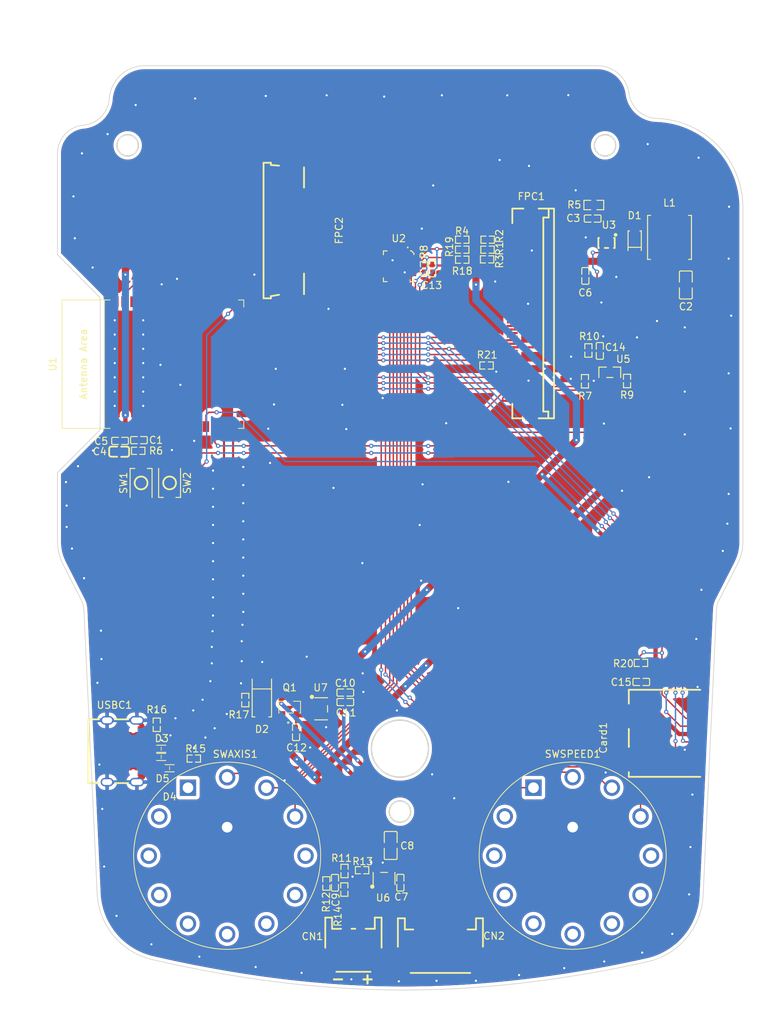
<source format=kicad_pcb>
(kicad_pcb (version 20240108) (generator "pcbnew") (generator_version "8.0")
  (layers (0 "F.Cu" signal) (31 "B.Cu" signal) (34 "B.Paste" user) (35 "F.Paste" user) (36 "B.SilkS" user "B.Silkscreen") (37 "F.SilkS" user "F.Silkscreen") (38 "B.Mask" user) (39 "F.Mask" user) (44 "Edge.Cuts" user))
  (net 0 "")
  (net 1 "VBUS")
  (net 2 "GND")
  (net 3 "3V3")
  (net 4 "RESET")
  (net 6 "VBAT")
  (net 7 "24V")
  (net 8 "VSTAT")
  (net 9 "CTP_IRQ")
  (net 10 "/IM2")
  (net 11 "/LCD_RD")
  (net 12 "SCL")
  (net 21 "BOOT")
  (net 23 "SDA")
  (net 25 "/IM0")
  (net 26 "BTN_INT")
  (net 27 "LCD_CS")
  (net 33 "AXIS_X")
  (net 37 "AXIS_Y")
  (net 39 "AXIS_Z")
  (net 42 "SPEED_4")
  (net 44 "SPEED_3")
  (net 46 "SPEED_2")
  (net 50 "SPEED_1")
  (net 54 "D-")
  (net 55 "D+")
  (net 57 "BTN8")
  (net 58 "BTN7")
  (net 59 "BTN10")
  (net 60 "BTN6")
  (net 61 "BTN1")
  (net 62 "BTN9")
  (net 63 "BTN3")
  (net 64 "BTN5")
  (net 65 "BTN2")
  (net 66 "BTN4")
  (net 68 "/IM1")
  (net 71 "LCD_RST")
  (net 73 "LCD_RS")
  (net 80 "Net-(USBC1-CC2)")
  (net 81 "Net-(USBC1-CC1)")
  (net 84 "LEDK")
  (net 85 "LCD_LITE")
  (net 87 "Net-(D2-K)")
  (net 88 "Net-(D1-A)")
  (net 89 "Net-(U2-~{RESET})")
  (net 90 "Net-(U6-PROG)")
  (net 106 "ROTARY_A")
  (net 107 "ROTARY_B")
  (net 113 "SD_CS")
  (net 114 "MOSI")
  (net 115 "SCK")
  (net 116 "MISO")
  (net 119 "/DN1")
  (net 120 "/VBUSD")
  (net 121 "/DP1")
  (net 122 "Net-(U6-STAT)")
  (footprint "pendant:C0402" (layer "F.Cu") (at 136.425 63.99 90)
    (property "Reference" "C6")
    (property "Value" "1uF")
  )
  (footprint "pendant:R0402" (layer "F.Cu") (at 142.275 78.72 -90)
    (property "Reference" "R9")
    (property "Value" "10k")
  )
  (footprint "pendant:CPA_12" (layer "F.Cu") (at 86.155 145.27)
    (property "Reference" "SWAXIS1")
    (property "Value" "SW_Rotary_1x12")
  )
  (footprint "pendant:C0402" (layer "F.Cu") (at 95.825 127.96 -90)
    (property "Reference" "C12")
    (property "Value" "1uF")
  )
  (footprint "pendant:R0402" (layer "F.Cu") (at 122.635 61.67 180)
    (property "Reference" "R3")
    (property "Value" "10k")
  )
  (footprint "pendant:R0402" (layer "F.Cu") (at 119.145 58.91 180)
    (property "Reference" "R4")
    (property "Value" "10k")
  )
  (footprint "pendant:SC-70-5_L2.1-W1.3-P0.65-LS2.1-BR" (layer "F.Cu") (at 139.395 59.37 90)
    (property "Reference" "U3")
    (property "Value" "TPS61169DCKR")
  )
  (footprint "pendant:CPA_12" (layer "F.Cu") (at 134.645 145.26)
    (property "Reference" "SWSPEED1")
    (property "Value" "SW_Rotary_1x12")
  )
  (footprint "pendant:C0402" (layer "F.Cu") (at 114.935 62.94 90)
    (property "Reference" "C13")
    (property "Value" "0.1uF")
  )
  (footprint "pendant:FPC-SMD_50P-P0.50_XW05200-50" (layer "F.Cu") (at 127.475 69.25 90)
    (property "Reference" "FPC1")
    (property "Value" "XW05200-50")
  )
  (footprint "pendant:C0402" (layer "F.Cu") (at 138.455 74.5 90)
    (property "Reference" "C14")
    (property "Value" "0.1uF")
  )
  (footprint "pendant:WQFN-24_L4.0-W4.0-P0.50-TL-EP2.5" (layer "F.Cu") (at 110.235 62.6475 -90)
    (property "Reference" "U2")
    (property "Value" "TCA8418RTWR")
  )
  (footprint "pendant:C0402" (layer "F.Cu") (at 71.125 87.115)
    (property "Reference" "C5")
    (property "Value" "4.7uF 10V")
  )
  (footprint "pendant:R0402" (layer "F.Cu") (at 100.075 149.16 -90)
    (property "Reference" "R12")
    (property "Value" "4.7K")
  )
  (footprint "pendant:IND-SMD_L6.0-W6.0_SWPA6045S" (layer "F.Cu") (at 148.235 58.59 -90)
    (property "Reference" "L1")
    (property "Value" "6.8uH")
  )
  (footprint "pendant:SOT-23-3_L2.9-W1.6-P1.90-LS2.8-BR-CW" (layer "F.Cu") (at 94.92 124.3775 -90)
    (property "Reference" "Q1")
    (property "Value" "DMG3415U-7")
  )
  (footprint "pendant:C0402" (layer "F.Cu") (at 102.735 122.4 180)
    (property "Reference" "C10")
    (property "Value" "0.1uF")
  )
  (footprint "pendant:R0402" (layer "F.Cu") (at 144.23 118.24)
    (property "Reference" "R20")
    (property "Value" "10k")
  )
  (footprint "pendant:C0603" (layer "F.Cu") (at 71.005 88.635)
    (property "Reference" "C4")
    (property "Value" "22uF")
  )
  (footprint "pendant:SOD-123FL_L2.7-W1.8-LS3.8-RD" (layer "F.Cu") (at 143.345 59.06 90)
    (property "Reference" "D1")
    (property "Value" "MBR0540")
  )
  (footprint "pendant:SOD-523_L1.2-W0.8-LS1.6-BI" (layer "F.Cu") (at 78.075 133.01 180)
    (property "Reference" "D4")
    (property "Value" "LESD5D5.0CT1G")
  )
  (footprint "pendant:R0402" (layer "F.Cu") (at 76.275 126.91 90)
    (property "Reference" "R16")
    (property "Value" "5.1k")
  )
  (footprint "pendant:R0402" (layer "F.Cu") (at 136.855 74.44 -90)
    (property "Reference" "R10")
    (property "Value" "10k")
  )
  (footprint "pendant:R0402" (layer "F.Cu") (at 119.145 60.31 180)
    (property "Reference" "R19")
    (property "Value" "10k")
  )
  (footprint "pendant:R0402" (layer "F.Cu") (at 122.695 60.31 180)
    (property "Reference" "R1")
    (property "Value" "10k")
  )
  (footprint "pendant:SMA_L4.4-W2.8-LS5.4-R-RD" (layer "F.Cu") (at 91.025 123.16 -90)
    (property "Reference" "D2")
    (property "Value" "SS24")
  )
  (footprint "PCM_Espressif:ESP32-S3-WROOM-1" (layer "F.Cu") (at 78.735 76.36 90)
    (property "Reference" "U1")
    (property "Value" "ESP32-S3-WROOM-1")
  )
  (footprint "pendant:C0402" (layer "F.Cu") (at 73.775 87.01)
    (property "Reference" "C1")
    (property "Value" "1uF")
  )
  (footprint "pendant:R0402" (layer "F.Cu") (at 73.675 88.51)
    (property "Reference" "R6")
    (property "Value" "10k")
  )
  (footprint "pendant:R0402" (layer "F.Cu") (at 102.625 147.41 90)
    (property "Reference" "R11")
    (property "Value" "10k")
  )
  (footprint "pendant:C0402" (layer "F.Cu") (at 137.445 55.95)
    (property "Reference" "C3")
    (property "Value" "0.1uF")
  )
  (footprint "pendant:C0402" (layer "F.Cu") (at 110.465 149.05 90)
    (property "Reference" "C7")
    (property "Value" "4.7uF")
  )
  (footprint "pendant:R0402" (layer "F.Cu") (at 122.715 58.91 180)
    (property "Reference" "R2")
    (property "Value" "10k")
  )
  (footprint "pendant:TSOT-23-5_L2.9-W1.6-P0.95-LS2.8-BL" (layer "F.Cu") (at 99.345 124.6725 -90)
    (property "Reference" "U7")
    (property "Value" "RT9080-33GJ5")
  )
  (footprint "pendant:C0805" (layer "F.Cu") (at 150.525 65.26 90)
    (property "Reference" "C2")
    (property "Value" "10uF")
  )
  (footprint "pendant:R0603" (layer "F.Cu") (at 137.615 54.05)
    (property "Reference" "R5")
    (property "Value" "8.2")
  )
  (footprint "pendant:C0402" (layer "F.Cu") (at 102.735 123.73)
    (property "Reference" "C11")
    (property "Value" "1uF")
  )
  (footprint "pendant:C0805" (layer "F.Cu") (at 109.105 143.83 -90)
    (property "Reference" "C8")
    (property "Value" "4.7uF")
  )
  (footprint "pendant:R0402" (layer "F.Cu") (at 136.365 78.76 90)
    (property "Reference" "R7")
    (property "Value" "10k")
  )
  (footprint "pendant:SOT-23-5_L3.0-W1.7-P0.95-LS2.8-BL" (layer "F.Cu") (at 108.175 148.46)
    (property "Reference" "U6")
    (property "Value" "MCP73831T-2ACI/OT")
  )
  (footprint "pendant:SW-SMD_L3.9-W3.0-P4.45" (layer "F.Cu") (at 74.075 93.01 -90)
    (property "Reference" "SW1")
    (property "Value" "TS-1088-AR02016")
  )
  (footprint "pendant:SOD-523_L1.2-W0.8-LS1.6-BI" (layer "F.Cu") (at 76.9 131.425 180)
    (property "Reference" "D5")
    (property "Value" "LESD5D5.0CT1G")
  )
  (footprint "pendant:SOD-523_L1.2-W0.8-LS1.6-BI" (layer "F.Cu") (at 76.9 130.275 180)
    (property "Reference" "D3")
    (property "Value" "LESD5D5.0CT1G")
  )
  (footprint "pendant:R0402" (layer "F.Cu") (at 81.475 131.65)
    (property "Reference" "R15")
    (property "Value" "5.1k")
  )
  (footprint "pendant:CONN-SMD_P2.00_S2B-PH-SM4-TB-LF-SN" (layer "F.Cu") (at 103.875 157.16)
    (property "Reference" "CN1")
    (property "Value" "S2B-PH-SM4-TB(LF)(SN)")
  )
  (footprint "pendant:CONN-SMD_S4B-PH-SM4-TB-LF-SN" (layer "F.Cu") (at 116.085 157.13 180)
    (property "Reference" "CN2")
    (property "Value" "S4B-PH-SM4-TB(LF)(SN)")
  )
  (footprint "pendant:TF-SMD_TF-017" (layer "F.Cu") (at 147.555 128.76 90)
    (property "Reference" "Card1")
    (property "Value" "TF-017")
  )
  (footprint "pendant:C0402" (layer "F.Cu") (at 144.275 120.91 180)
    (property "Reference" "C15")
    (property "Value" "0.1uF")
  )
  (footprint "pendant:R0402" (layer "F.Cu") (at 105.095 147.3)
    (property "Reference" "R13")
    (property "Value" "2k")
  )
  (footprint "pendant:C0402" (layer "F.Cu") (at 101.285 149.06 90)
    (property "Reference" "C9")
    (property "Value" "0.1uF")
  )
  (footprint "pendant:R0402" (layer "F.Cu") (at 113.765 62.94 -90)
    (property "Reference" "R8")
    (property "Value" "10k")
  )
  (footprint "pendant:SOT-23-3_L2.9-W1.3-P1.83-LS2.4-BR" (layer "F.Cu") (at 139.855 77.5 -90)
    (property "Reference" "U5")
    (property "Value" "APX803S-26SA-7")
  )
  (footprint "pendant:R0402" (layer "F.Cu") (at 102.6 150.01 -90)
    (property "Reference" "R14")
    (property "Value" "10K")
  )
  (footprint "pendant:USB-C_SMD-TYPE-C-31-M-12" (layer "F.Cu") (at 71.775 130.62 -90)
    (property "Reference" "USBC1")
    (property "Value" "TYPE-C-31-M-12")
  )
  (footprint "pendant:FPC-SMD_12P-P1.00_L5.5-W19.0" (layer "F.Cu") (at 96.51 57.63 -90)
    (property "Reference" "FPC2")
    (property "Value" "F1003WR-S-12PNLNG1GB0R")
  )
  (footprint "pendant:SW-SMD_L3.9-W3.0-P4.45" (layer "F.Cu") (at 78.075 93.01 90)
    (property "Reference" "SW2")
    (property "Value" "TS-1088-AR02016")
  )
  (footprint "pendant:R0402" (layer "F.Cu") (at 122.56 76.55)
    (property "Reference" "R21")
    (property "Value" "10k")
  )
  (footprint "pendant:R0402" (layer "F.Cu") (at 88.7 123.45 -90)
    (property "Reference" "R17")
    (property "Value" "10k")
  )
  (footprint "pendant:R0402" (layer "F.Cu") (at 119.145 61.71)
    (property "Reference" "R18")
    (property "Value" "10k")
  )
  (gr_poly (pts (xy 125.435 76.36) (xy 125.435 77.63) (xy 127.135 77.63) (xy 127.725 77.04) (xy 127.725 76.97) (xy 127.115 76.36)) (fill solid) (layer "F.Cu") (net 3))
  (gr_poly (pts (xy 73.615 127.92) (xy 72.165 127.92) (xy 70.535 129.55) (xy 70.535 131.65) (xy 72.195 133.31) (xy 73.975 133.31) (xy 73.985 133.3) (xy 73.985 132.75) (xy 73.955 132.72) (xy 73.185 132.72) (xy 72.085 131.62) (xy 72.085 129.71) (xy 73.275 128.52) (xy 73.805 128.52) (xy 73.835 128.49) (xy 73.835 128.14) (xy 73.615051 127.920051) (xy 73.615 127.92)) (fill solid) (layer "F.Cu") (net 120))
  (gr_circle (center 110.405862 130.254771) (end 114.405862 130.254771) (stroke (width 0.2)) (fill none) (layer "Edge.Cuts"))
  (gr_circle (center 139.191853 45.687716) (end 140.691853 45.687716) (stroke (width 0.2)) (fill none) (layer "Edge.Cuts"))
  (gr_poly (pts (xy 62.342584 61.020119) (xy 68.33907 67.051415) (xy 68.375 80.21) (xy 68.313629 85.586557) (xy 62.340186 91.56) (xy 62.340186 100.810581) (xy 62.340606 101.035488) (xy 62.343233 101.244503) (xy 62.350121 101.46765) (xy 62.36126 101.678702) (xy 62.386532 101.985766) (xy 62.41148 102.195708) (xy 62.444718 102.412757) (xy 62.4878 102.639417) (xy 62.532341 102.837451) (xy 62.614625 103.146607) (xy 62.681635 103.361168) (xy 62.752915 103.564158) (xy 62.828223 103.758514) (xy 62.907316 103.947173) (xy 63.088861 104.342032) (xy 63.181642 104.529356) (xy 63.283622 104.729829) (xy 65.563848 109.191674) (xy 65.717188 109.495953) (xy 65.806686 109.688538) (xy 65.889084 109.894892) (xy 65.952147 110.096617) (xy 65.997477 110.30317) (xy 66.028352 110.523101) (xy 66.054197 110.872366) (xy 66.064065 111.074989) (xy 67.911834 150.550888) (xy 67.93901 150.955564) (xy 67.963165 151.197539) (xy 67.993183 151.438761) (xy 68.029047 151.679123) (xy 68.070736 151.918519) (xy 68.118233 152.156843) (xy 68.171517 152.393989) (xy 68.230571 152.62985) (xy 68.295375 152.86432) (xy 68.36591 153.097294) (xy 68.49597 153.481463) (xy 68.58138 153.709148) (xy 68.672264 153.9346) (xy 68.768577 154.157723) (xy 68.870274 154.378419) (xy 68.977308 154.596589) (xy 69.089634 154.812135) (xy 69.207207 155.02496) (xy 69.329981 155.234966) (xy 69.457911 155.442055) (xy 69.729234 155.847344) (xy 69.872024 156.044631) (xy 70.019466 156.238242) (xy 70.171486 156.428099) (xy 70.328009 156.614121) (xy 70.488961 156.796232) (xy 70.654266 156.974352) (xy 70.823851 157.148403) (xy 70.997639 157.318307) (xy 71.175558 157.483984) (xy 71.357531 157.645357) (xy 71.543485 157.802346) (xy 71.733344 157.954874) (xy 71.927034 158.102861) (xy 72.124481 158.24623) (xy 72.529358 158.518167) (xy 72.736357 158.646473) (xy 72.946265 158.769612) (xy 73.158982 158.887539) (xy 73.37441 159.00021) (xy 73.59245 159.107581) (xy 73.813002 159.209607) (xy 74.035968 159.306244) (xy 74.26125 159.397448) (xy 74.488747 159.483174) (xy 74.718361 159.563379) (xy 74.949993 159.638017) (xy 75.183545 159.707045) (xy 75.418917 159.770418) (xy 75.656011 159.828092) (xy 76.209088 159.954833) (xy 76.574668 160.037805) (xy 76.939019 160.119792) (xy 77.303241 160.200993) (xy 77.668431 160.281609) (xy 78.03569 160.36184) (xy 78.406116 160.441885) (xy 78.780808 160.521945) (xy 79.160865 160.602218) (xy 79.547385 160.682906) (xy 79.743413 160.723467) (xy 79.941469 160.764207) (xy 80.14169 160.80515) (xy 80.344214 160.846322) (xy 80.549178 160.887747) (xy 80.756719 160.929451) (xy 80.966976 160.971458) (xy 81.180084 161.013793) (xy 81.396183 161.056481) (xy 81.615408 161.099548) (xy 81.837898 161.143019) (xy 82.897581 161.34621) (xy 83.428209 161.44547) (xy 83.959341 161.543153) (xy 84.490961 161.639245) (xy 85.023056 161.73373) (xy 85.555609 161.826594) (xy 86.088606 161.917821) (xy 86.622032 162.007397) (xy 87.155872 162.095306) (xy 87.690111 162.181534) (xy 88.224733 162.266065) (xy 88.759725 162.348885) (xy 89.29507 162.429979) (xy 89.830754 162.509332) (xy 90.366762 162.586928) (xy 90.903079 162.662754) (xy 91.439689 162.736793) (xy 91.976579 162.809032) (xy 92.513732 162.879454) (xy 93.051134 162.948046) (xy 93.58877 163.014792) (xy 94.126625 163.079677) (xy 94.664684 163.142686) (xy 95.202932 163.203805) (xy 95.741353 163.263018) (xy 96.279933 163.320311) (xy 96.818657 163.375668) (xy 97.35751 163.429074) (xy 97.896477 163.480515) (xy 98.435542 163.529976) (xy 98.974692 163.577442) (xy 100.875495 163.728671) (xy 101.835167 163.795373) (xy 102.801292 163.855902) (xy 103.774079 163.910084) (xy 104.753732 163.957746) (xy 105.740458 163.998716) (xy 106.734463 164.032819) (xy 107.735953 164.059882) (xy 108.745133 164.079731) (xy 109.762211 164.092194) (xy 110.787392 164.097097) (xy 111.820882 164.094267) (xy 112.862887 164.08353) (xy 113.913614 164.064713) (xy 114.973268 164.037642) (xy 116.042055 164.002144) (xy 117.120182 163.958047) (xy 118.207855 163.905175) (xy 119.305279 163.843357) (xy 120.412662 163.772419) (xy 121.530208 163.692186) (xy 122.658124 163.602487) (xy 123.796616 163.503147) (xy 124.94589 163.393994) (xy 126.106152 163.274853) (xy 127.277609 163.145552) (xy 128.460465 163.005917) (xy 129.654929 162.855775) (xy 130.861204 162.694952) (xy 132.079499 162.523276) (xy 133.310018 162.340572) (xy 134.151508 162.210687) (xy 134.563576 162.145746) (xy 134.970182 162.08077) (xy 135.371567 162.015729) (xy 135.767972 161.950596) (xy 136.15964 161.885344) (xy 136.546812 161.819943) (xy 136.92973 161.754366) (xy 137.308634 161.688585) (xy 137.683768 161.622572) (xy 138.055372 161.556299) (xy 138.423689 161.489737) (xy 138.788959 161.422859) (xy 139.151424 161.355638) (xy 139.511326 161.288044) (xy 139.868907 161.220049) (xy 140.224409 161.151627) (xy 140.578072 161.082748) (xy 140.930138 161.013385) (xy 141.28085 160.943509) (xy 141.630449 160.873093) (xy 141.979175 160.802109) (xy 142.327272 160.730529) (xy 142.674981 160.658324) (xy 143.022542 160.585466) (xy 143.370199 160.511929) (xy 143.718192 160.437683) (xy 144.066763 160.3627) (xy 144.416154 160.286953) (xy 144.766606 160.210414) (xy 145.118362 160.133054) (xy 145.519564 160.035798) (xy 145.75805 159.969579) (xy 145.994728 159.897509) (xy 146.229492 159.819626) (xy 146.462234 159.735969) (xy 146.692848 159.646578) (xy 146.921227 159.55149) (xy 147.147263 159.450746) (xy 147.37085 159.344384) (xy 147.591881 159.232444) (xy 147.953804 159.033865) (xy 148.166748 158.907708) (xy 148.376419 158.776374) (xy 148.582726 158.639928) (xy 148.785575 158.498436) (xy 148.984872 158.351964) (xy 149.180525 158.200576) (xy 149.372441 158.044339) (xy 149.560527 157.883318) (xy 149.744689 157.717578) (xy 150.094976 157.378203) (xy 150.263574 157.20246) (xy 150.427725 157.022796) (xy 150.587363 156.839299) (xy 150.742424 156.652056) (xy 150.892845 156.461155) (xy 151.038562 156.266684) (xy 151.179511 156.068729) (xy 151.315628 155.867378) (xy 151.446848 155.66272) (xy 151.573109 155.454841) (xy 151.694346 155.243829) (xy 151.810495 155.029771) (xy 151.921492 154.812756) (xy 152.027274 154.59287) (xy 152.222491 154.145918) (xy 152.311746 153.919324) (xy 152.395397 153.690792) (xy 152.473418 153.460426) (xy 152.545783 153.228333) (xy 152.612467 152.994618) (xy 152.673443 152.759385) (xy 152.728685 152.522739) (xy 152.778168 152.284787) (xy 152.821865 152.045634) (xy 152.859751 151.805384) (xy 152.8918 151.564142) (xy 152.917986 151.322015) (xy 152.938283 151.079108) (xy 152.952665 150.835525) (xy 154.813757 111.074989) (xy 154.83161 110.734715) (xy 154.84947 110.523101) (xy 154.880345 110.30317) (xy 154.925676 110.096617) (xy 154.993309 109.88223) (xy 155.071136 109.688538) (xy 155.222001 109.372483) (xy 155.313975 109.191674) (xy 157.594201 104.729829) (xy 157.69618 104.529356) (xy 157.788961 104.342032) (xy 157.884378 104.140184) (xy 157.970506 103.947173) (xy 158.08774 103.662232) (xy 158.161065 103.463926) (xy 158.230241 103.255517) (xy 158.295024 103.03407) (xy 158.345481 102.837451) (xy 158.41289 102.524729) (xy 158.450856 102.303187) (xy 158.479755 102.090005) (xy 158.501139 101.882678) (xy 158.516562 101.678702) (xy 158.534589 101.244503) (xy 158.537215 101.035488) (xy 158.537636 100.810581) (xy 158.537636 54.408213) (xy 158.535095 54.051431) (xy 158.494387 53.339029) (xy 158.413102 52.63011) (xy 158.291506 51.926983) (xy 158.129995 51.231938) (xy 157.929094 50.547239) (xy 157.689459 49.875117) (xy 157.411869 49.217761) (xy 157.097229 48.577312) (xy 156.746564 47.955856) (xy 156.361016 47.355418) (xy 155.941841 46.777953) (xy 155.490404 46.225343) (xy 155.008176 45.699387) (xy 154.496727 45.201799) (xy 153.957724 44.734199) (xy 153.392923 44.298112) (xy 152.804162 43.894956) (xy 152.19336 43.526046) (xy 151.562507 43.192583) (xy 150.913657 42.895654) (xy 150.248924 42.636225) (xy 149.570473 42.415141) (xy 148.880515 42.233123) (xy 148.181296 42.090764) (xy 147.475094 41.988527) (xy 146.76421 41.926746) (xy 146.407658 41.913686) (xy 146.206214 41.905207) (xy 145.806424 41.852779) (xy 145.413936 41.760394) (xy 145.032736 41.62899) (xy 144.66669 41.4599) (xy 144.319513 41.254841) (xy 143.994729 41.015892) (xy 143.695633 40.745479) (xy 143.425262 40.446347) (xy 143.186358 40.12153) (xy 142.981345 39.774326) (xy 142.812305 39.408256) (xy 142.680953 39.027038) (xy 142.588622 38.634538) (xy 142.559948 38.434965) (xy 142.529341 38.221004) (xy 142.432364 37.799774) (xy 142.295443 37.389785) (xy 142.119839 36.994814) (xy 141.90717 36.618501) (xy 141.659398 36.264315) (xy 141.378804 35.93552) (xy 141.067976 35.635146) (xy 140.729777 35.365962) (xy 140.367324 35.130447) (xy 139.983959 34.930773) (xy 139.583213 34.76878) (xy 139.168781 34.64596) (xy 138.744481 34.563446) (xy 138.314224 34.521998) (xy 138.0981 34.519432) (xy 74.59549 34.519432) (xy 74.374997 34.521845) (xy 73.935726 34.560683) (xy 73.501582 34.638056) (xy 73.075938 34.753363) (xy 72.662104 34.905707) (xy 72.263294 35.093906) (xy 71.882609 35.316496) (xy 71.523005 35.571748) (xy 71.187279 35.857677) (xy 70.878039 36.172063) (xy 70.597688 36.512462) (xy 70.348405 36.876228) (xy 70.132126 37.260534) (xy 69.950534 37.662395) (xy 69.805038 38.078687) (xy 69.69677 38.506175) (xy 69.626571 38.941536) (xy 69.608331 39.161287) (xy 69.591425 39.361892) (xy 69.522396 39.75853) (xy 69.413869 40.146228) (xy 69.266945 40.521062) (xy 69.083108 40.87924) (xy 68.86422 41.217139) (xy 68.612494 41.531338) (xy 68.330478 41.818661) (xy 68.021024 42.076199) (xy 67.687264 42.301347) (xy 67.332575 42.491828) (xy 66.960544 42.645713) (xy 66.574937 42.761446) (xy 66.179654 42.837857) (xy 65.979396 42.858467) (xy 65.782976 42.87865) (xy 65.39513 42.952846) (xy 65.016482 43.064899) (xy 64.650719 43.213718) (xy 64.3014 43.397853) (xy 63.971925 43.615514) (xy 63.665501 43.86458) (xy 63.385111 44.142629) (xy 63.133484 44.446954) (xy 62.913069 44.774592) (xy 62.726011 45.122355) (xy 62.574131 45.486858) (xy 62.458907 45.864553) (xy 62.381461 46.251763) (xy 62.342547 46.64472) (xy 62.340186 46.84216) (xy 62.340186 58.41)) (stroke (width 0.1)) (fill none) (layer "Edge.Cuts"))
  (gr_circle (center 110.405862 139.083198) (end 111.905862 139.083198) (stroke (width 0.2)) (fill none) (layer "Edge.Cuts"))
  (gr_circle (center 72.191853 45.687716) (end 73.691853 45.687716) (stroke (width 0.2)) (fill none) (layer "Edge.Cuts"))
  (gr_text "-  +" (at 100.585 163.38 0) (layer "F.SilkS") (effects (font (size 1.5 1.5) (thickness 0.3) (bold yes)) (justify left bottom)))
  (segment (start 104.775 144.83) (end 102.75 146.855) (width 1) (layer "F.Cu") (net 1))
  (segment (start 87.625 125.66) (end 87.625 128.2) (width 1) (layer "F.Cu") (net 1))
  (segment (start 88.7 123.88) (end 88.7 125.61) (width 0.4) (layer "F.Cu") (net 1))
  (segment (start 92.925 128.76) (end 95.925 131.76) (width 1) (layer "F.Cu") (net 1))
  (segment (start 148.215 64.11) (end 148.215 62.49) (width 1) (layer "F.Cu") (net 1))
  (segment (start 146.315 59.27) (end 148.235 61.19) (width 1) (layer "F.Cu") (net 1))
  (segment (start 102.75 146.855) (end 102.625 146.855) (width 1) (layer "F.Cu") (net 1))
  (segment (start 141.245 59.27) (end 146.315 59.27) (width 1) (layer "F.Cu") (net 1))
  (segment (start 150.525 64.26) (end 148.365 64.26) (width 0.6) (layer "F.Cu") (net 1))
  (segment (start 148.215 62.49) (end 148.215 61.21) (width 1) (layer "F.Cu") (net 1))
  (segment (start 98.425 134.26) (end 111.175 121.51) (width 1) (layer "F.Cu") (net 1))
  (segment (start 148.215 84.47) (end 148.215 64.11) (width 1) (layer "F.Cu") (net 1))
  (segment (start 92.925 125.66) (end 87.625 125.66) (width 1) (layer "F.Cu") (net 1))
  (segment (start 140.045 60.47) (end 141.245 59.27) (width 1) (layer "F.Cu") (net 1))
  (segment (start 114.075 118.61) (end 148.215 84.47) (width 1) (layer "F.Cu") (net 1))
  (segment (start 109.105 144.83) (end 109.105 147.29) (width 0.6) (layer "F.Cu") (net 1))
  (segment (start 104.775 140.61) (end 104.775 144.83) (width 1) (layer "F.Cu") (net 1))
  (segment (start 98.425 134.26) (end 104.775 140.61) (width 1) (layer "F.Cu") (net 1))
  (segment (start 82.815 133.01) (end 78.825 133.01) (width 1) (layer "F.Cu") (net 1))
  (segment (start 87.625 128.2) (end 82.815 133.01) (width 1) (layer "F.Cu") (net 1))
  (segment (start 93.575 125.66) (end 92.925 125.66) (width 1) (layer "F.Cu") (net 1))
  (segment (start 92.925 125.66) (end 92.925 128.76) (width 1) (layer "F.Cu") (net 1))
  (segment (start 148.365 64.26) (end 148.215 64.11) (width 0.2) (layer "F.Cu") (net 1))
  (segment (start 104.775 144.83) (end 109.105 144.83) (width 1) (layer "F.Cu") (net 1))
  (via (at 114.075 118.61) (size 0.6) (drill 0.3) (layers "F.Cu" "B.Cu") (net 1))
  (via (at 111.175 121.51) (size 0.6) (drill 0.3) (layers "F.Cu" "B.Cu") (net 1))
  (via (at 98.425 134.26) (size 0.6) (drill 0.3) (layers "F.Cu" "B.Cu") (net 1))
  (via (at 95.925 131.76) (size 0.6) (drill 0.3) (layers "F.Cu" "B.Cu") (net 1))
  (segment (start 111.175 121.51) (end 114.075 118.61) (width 1) (layer "B.Cu") (net 1))
  (segment (start 95.925 131.76) (end 98.425 134.26) (width 1) (layer "B.Cu") (net 1))
  (segment (start 124.825 81.59) (end 124.915 81.5) (width 0.2) (layer "F.Cu") (net 2))
  (segment (start 74.245 127.05) (end 73.485 126.29) (width 0.6) (layer "F.Cu") (net 2))
  (segment (start 74.245 134.19) (end 73.485 134.95) (width 0.8) (layer "F.Cu") (net 2))
  (segment (start 124.515 77.63) (end 124.885 78) (width 0.2) (layer "F.Cu") (net 2))
  (segment (start 125.445 80.5) (end 124.825 81.12) (width 0.2) (layer "F.Cu") (net 2))
  (segment (start 124.915 81.5) (end 126.175 81.5) (width 0.2) (layer "F.Cu") (net 2))
  (segment (start 126.175 80.5) (end 125.445 80.5) (width 0.2) (layer "F.Cu") (net 2))
  (segment (start 74.245 133.97) (end 74.245 134.19) (width 0.8) (layer "F.Cu") (net 2))
  (segment (start 138.745 54.07) (end 138.735 54.06) (width 0.2) (layer "F.Cu") (net 2))
  (segment (start 124.825 81.12) (end 124.825 81.59) (width 0.2) (layer "F.Cu") (net 2))
  (segment (start 127.775 78) (end 128.445 78.67) (width 0.2) (layer "F.Cu") (net 2))
  (segment (start 127.245 80.5) (end 127.635 80.89) (width 0.2) (layer "F.Cu") (net 2))
  (segment (start 139.395 58.27) (end 139.395 57.46) (width 0.2) (layer "F.Cu") (net 2))
  (segment (start 123.93 77.41) (end 124.15 77.63) (width 0.2) (layer "F.Cu") (net 2))
  (segment (start 152.175 130.41) (end 150.375 130.41) (width 0.2) (layer "F.Cu") (net 2))
  (segment (start 124.15 77.63) (end 124.515 77.63) (width 0.2) (layer "F.Cu") (net 2))
  (segment (start 124.885 78) (end 126.175 78) (width 0.2) (layer "F.Cu") (net 2))
  (segment (start 126.175 78) (end 127.775 78) (width 0.2) (layer "F.Cu") (net 2))
  (segment (start 126.175 80.5) (end 127.245 80.5) (width 0.2) (layer "F.Cu") (net 2))
  (segment (start 74.245 127.27) (end 74.245 127.05) (width 0.6) (layer "F.Cu") (net 2))
  (via (at 70.375 82.21) (size 0.6) (drill 0.3) (layers "F.Cu" "B.Cu") (net 2))
  (via (at 150.375 130.41) (size 0.6) (drill 0.3) (layers "F.Cu" "B.Cu") (net 2))
  (via (at 107.985 146.24) (size 0.6) (drill 0.3) (layers "F.Cu" "B.Cu") (net 2))
  (via (at 74.375 80.21) (size 0.6) (drill 0.3) (layers "F.Cu" "B.Cu") (net 2))
  (via (at 113.475 57.36) (size 0.6) (drill 0.3) (layers "F.Cu" "B.Cu") (net 2))
  (via (at 84.175 93.82) (size 0.6) (drill 0.3) (layers "F.Cu" "B.Cu") (net 2))
  (via (at 103.585 162.6) (size 0.6) (drill 0.3) (layers "F.Cu" "B.Cu") (net 2))
  (via (at 92.725 82.01) (size 0.6) (drill 0.3) (layers "F.Cu" "B.Cu") (net 2))
  (via (at 108.195 38.85) (size 0.6) (drill 0.3) (layers "F.Cu" "B.Cu") (net 2))
  (via (at 68.515 117.7) (size 0.6) (drill 0.3) (layers "F.Cu" "B.Cu") (net 2))
  (via (at 88.415 93.31) (size 0.6) (drill 0.3) (layers "F.Cu" "B.Cu") (net 2))
  (via (at 150.375 86.21) (size 0.6) (drill 0.3) (layers "F.Cu" "B.Cu") (net 2))
  (via (at 84.4 127.4) (size 0.6) (drill 0.3) (layers "F.Cu" "B.Cu") (net 2))
  (via (at 82.7 123.4) (size 0.6) (drill 0.3) (layers "F.Cu" "B.Cu") (net 2))
  (via (at 102.875 85.46) (size 0.6) (drill 0.3) (layers "F.Cu" "B.Cu") (net 2))
  (via (at 70.375 72.21) (size 0.6) (drill 0.3) (layers "F.Cu" "B.Cu") (net 2))
  (via (at 152.715 107.99) (size 0.6) (drill 0.3) (layers "F.Cu" "B.Cu") (net 2))
  (via (at 113.375 106.71) (size 0.6) (drill 0.3) (layers "F.Cu" "B.Cu") (net 2))
  (via (at 77 129.1) (size 0.6) (drill 0.3) (layers "F.Cu" "B.Cu") (net 2))
  (via (at 97.805 130.1) (size 0.6) (drill 0.3) (layers "F.Cu" "B.Cu") (net 2))
  (via (at 111.075 63.49) (size 0.6) (drill 0.3) (layers "F.Cu" "B.Cu") (net 2))
  (via (at 89.975 63.81) (size 0.6) (drill 0.3) (layers "F.Cu" "B.Cu") (net 2))
  (via (at 144.405 158.85) (size 0.6) (drill 0.3) (layers "F.Cu" "B.Cu") (net 2))
  (via (at 76.965 65.17) (size 0.6) (drill 0.3) (layers "F.Cu" "B.Cu") (net 2))
  (via (at 115.535 162.8) (size 0.6) (drill 0.3) (layers "F.Cu" "B.Cu") (net 2))
  (via (at 156.535 94.55) (size 0.6) (drill 0.3) (layers "F.Cu" "B.Cu") (net 2))
  (via (at 151.995 114.89) (size 0.6) (drill 0.3) (layers "F.Cu" "B.Cu") (net 2))
  (via (at 128.915 60.43) (size 0.6) (drill 0.3) (layers "F.Cu" "B.Cu") (net 2))
  (via (at 91.075 118.11) (size 0.6) (drill 0.3) (layers "F.Cu" "B.Cu") (net 2))
  (via (at 101.075 93.71) (size 0.6) (drill 0.3) (layers "F.Cu" "B.Cu") (net 2))
  (via (at 105.175 119.71) (size 0.6) (drill 0.3) (layers "F.Cu" "B.Cu") (net 2))
  (via (at 96.605 161.69) (size 0.6) (drill 0.3) (layers "F.Cu" "B.Cu") (net 2))
  (via (at 84 118.3) (size 0.6) (drill 0.3) (layers "F.Cu" "B.Cu") (net 2))
  (via (at 124.395 47.74) (size 0.6) (drill 0.3) (layers "F.Cu" "B.Cu") (net 2))
  (via (at 155.715 102.54) (size 0.6) (drill 0.3) (layers "F.Cu" "B.Cu") (net 2))
  (via (at 156.535 61.57) (size 0.6) (drill 0.3) (layers "F.Cu" "B.Cu") (net 2))
  (via (at 88.415 90.77) (size 0.6) (drill 0.3) (layers "F.Cu" "B.Cu") (net 2))
  (via (at 78.9 126) (size 0.6) (drill 0.3) (layers "F.Cu" "B.Cu") (net 2))
  (via (at 63.625 99.18) (size 0.6) (drill 0.3) (layers "F.Cu" "B.Cu") (net 2))
  (via (at 78.4 88.4) (size 0.6) (drill 0.3) (layers "F.Cu" "B.Cu") (net 2))
  (via (at 139.075 160.1) (size 0.6) (drill 0.3) (layers "F.Cu" "B.Cu") (net 2))
  (via (at 70.375 74.21) (size 0.6) (drill 0.3) (layers "F.Cu" "B.Cu") (net 2))
  (via (at 83.8 120.8) (size 0.6) (drill 0.3) (layers "F.Cu" "B.Cu") (net 2))
  (via (at 81.525 87.11) (size 0.6) (drill 0.3) (layers "F.Cu" "B.Cu") (net 2))
  (via (at 70.375 80.21) (size 0.6) (drill 0.3) (layers "F.Cu" "B.Cu") (net 2))
  (via (at 81.5 130.2) (size 0.6) (drill 0.3) (layers "F.Cu" "B.Cu") (net 2))
  (via (at 84.175 98.9) (size 0.6) (drill 0.3) (layers "F.Cu" "B.Cu") (net 2))
  (via (at 140.765 64.13) (size 0.6) (drill 0.3) (layers "F.Cu" "B.Cu") (net 2))
  (via (at 82.255 159.42) (size 0.6) (drill 0.3) (layers "F.Cu" "B.Cu") (net 2))
  (via (at 151.175 144.06) (size 0.6) (drill 0.3) (layers "F.Cu" "B.Cu") (net 2))
  (via (at 70.375 76.21) (size 0.6) (drill 0.3) (layers "F.Cu" "B.Cu") (net 2))
  (via (at 105.275 122.31) (size 0.6) (drill 0.3) (layers "F.Cu" "B.Cu") (net 2))
  (via (at 79.115 64.4) (size 0.6) (drill 0.3) (layers "F.Cu" "B.Cu") (net 2))
  (via (at 88.415 95.85) (size 0.6) (drill 0.3) (layers "F.Cu" "B.Cu") (net 2))
  (via (at 83.1 128.7) (size 0.6) (drill 0.3) (layers "F.Cu" "B.Cu") (net 2))
  (via (at 127.125 162) (size 0.6) (drill 0.3) (layers "F.Cu" "B.Cu") (net 2))
  (via (at 68.625 138.71) (size 0.6) (drill 0.3) (layers "F.Cu" "B.Cu") (net 2))
  (via (at 139.275 133.61) (size 0.6) (drill 0.3) (layers "F.Cu" "B.Cu") (net 2))
  (via (at 150.375 71.21) (size 0.6) (drill 0.3) (layers "F.Cu" "B.Cu") (net 2))
  (via (at 88.3 112.9) (size 0.6) (drill 0.3) (layers "F.Cu" "B.Cu") (net 2))
  (via (at 133.465 161.03) (size 0.6) (drill 0.3) (layers "F.Cu" "B.Cu") (net 2))
  (via (at 92.175 90.21) (size 0.6) (drill 0.3) (layers "F.Cu" "B.Cu") (net 2))
  (via (at 88.415 103.47) (size 0.6) (drill 0.3) (layers "F.Cu" "B.Cu") (net 2))
  (via (at 103.75 148.21) (size 0.6) (drill 0.3) (layers "F.Cu" "B.Cu") (net 2))
  (via (at 84 116) (size 0.6) (drill 0.3) (layers "F.Cu" "B.Cu") (net 2))
  (via (at 74.375 78.21) (size 0.6) (drill 0.3) (layers "F.Cu" "B.Cu") (net 2))
  (via (at 78.2 128.4) (size 0.6) (drill 0.3) (layers "F.Cu" "B.Cu") (net 2))
  (via (at 70.375 78.21) (size 0.6) (drill 0.3) (layers "F.Cu" "B.Cu") (net 2))
  (via (at 67.95 121.035) (size 0.6) (drill 0.3) (layers "F.Cu" "B.Cu") (net 2))
  (via (at 65.225 90.66) (size 0.6) (drill 0.3) (layers "F.Cu" "B.Cu") (net 2))
  (via (at 74.375 72.21) (size 0.6) (drill 0.3) (layers "F.Cu" "B.Cu") (net 2))
  (via (at 146.475 70.31) (size 0.6) (drill 0.3) (layers "F.Cu" "B.Cu") (net 2))
  (via (at 115.075 51.31) (size 0.6) (drill 0.3) (layers "F.Cu" "B.Cu") (net 2))
  (via (at 84.175 91.28) (size 0.6) (drill 0.3) (layers "F.Cu" "B.Cu") (net 2))
  (via (at 88.1 121.1) (size 0.6) (drill 0.3) (layers "F.Cu" "B.Cu") (net 2))
  (via (at 88.415 98.39) (size 0.6) (drill 0.3) (layers "F.Cu" "B.Cu") (net 2))
  (via (at 88.415 111.09) (size 0.6) (drill 0.3) (layers "F.Cu" "B.Cu") (net 2))
  (via (at 69.375 44.11) (size 0.6) (drill 0.3) (layers "F.Cu" "B.Cu") (net 2))
  (via (at 88.2 118) (size 0.6) (drill 0.3) (layers "F.Cu" "B.Cu") (net 2))
  (via (at 74.375 70.21) (size 0.6) (drill 0.3) (layers "F.Cu" "B.Cu") (net 2))
  (via (at 64.775 58.71) (size 0.6) (drill 0.3) (layers "F.Cu" "B.Cu") (net 2))
  (via (at 92.975 77.01) (size 0.6) (drill 0.3) (layers "F.Cu" "B.Cu") (net 2))
  (via (at 68.895 146.79) (size 0.6) (drill 0.3) (layers "F.Cu" "B.Cu") (net 2))
  (via (at 152.175 121.61) (size 0.6) (drill 0.3) (layers "F.Cu" "B.Cu") (net 2))
  (via (at 66.075 106.36) (size 0.6) (drill 0.3) (layers "F.Cu" "B.Cu") (net 2))
  (via (at 150.995 150.69) (size 0.6) (drill 0.3) (layers "F.Cu" "B.Cu") (net 2))
  (via (at 102.325 82.06) (size 0.6) (drill 0.3) (layers "F.Cu" "B.Cu") (net 2))
  (via (at 88.415 108.55) (size 0.6) (drill 0.3) (layers "F.Cu" "B.Cu") (net 2))
  (via (at 100.045 127.25) (size 0.6) (drill 0.3) (layers "F.Cu" "B.Cu") (net 2))
  (via (at 141.575 94.11) (size 0.6) (drill 0.3) (layers "F.Cu" "B.Cu") (net 2))
  (via (at 94.225 134.7) (size 0.6) (drill 0.3) (layers "F.Cu" "B.Cu") (net 2))
  (via (at 145.175 45.51) (size 0.6) (drill 0.3) (layers "F.Cu" "B.Cu") (net 2))
  (via (at 113.175 98.91) (size 0.6) (drill 0.3) (layers "F.Cu" "B.Cu") (net 2))
  (via (at 113.575 93.21) (size 0.6) (drill 0.3) (layers "F.Cu" "B.Cu") (net 2))
  (via (at 68.225 132.485) (size 0.6) (drill 0.3) (layers "F.Cu" "B.Cu") (net 2))
  (via (at 84.1 113.8) (size 0.6) (drill 0.3) (layers "F.Cu" "B.Cu") (net 2))
  (via (at 123.775 64.78) (size 0.6) (drill 0.3) (layers "F.Cu" "B.Cu") (net 2))
  (via (at 109.975 124.91) (size 0.6) (drill 0.3) (layers "F.Cu" "B.Cu") (net 2))
  (via (at 73.315 40.03) (size 0.6) (drill 0.3) (layers "F.Cu" "B.Cu") (net 2))
  (via (at 134.375 78.41) (size 0.6) (drill 0.3) (layers "F.Cu" "B.Cu") (net 2))
  (via (at 74.375 76.21) (size 0.6) (drill 0.3) (layers "F.Cu" "B.Cu") (net 2))
  (via (at 67.275 62.81) (size 0.6) (drill 0.3) (layers "F.Cu" "B.Cu") (net 2))
  (via (at 125.465 38.67) (size 0.6) (drill 0.3) (layers "F.Cu" "B.Cu") (net 2))
  (via (at 137.605 78.69) (size 0.6) (drill 0.3) (layers "F.Cu" "B.Cu") (net 2))
  (via (at 121.065 162.8) (size 0.6) (drill 0.3) (layers "F.Cu" "B.Cu") (net 2))
  (via (at 105.125 104.25) (size 0.6) (drill 0.3) (layers "F.Cu" "B.Cu") (net 2))
  (via (at 156.535 77.65) (size 0.6) (drill 0.3) (layers "F.Cu" "B.Cu") (net 2))
  (via (at 128.445 78.67) (size 0.6) (drill 0.3) (layers "F.Cu" "B.Cu") (net 2))
  (via (at 84.175 106.52) (size 0.6) (drill 0.3) (layers "F.Cu" "B.Cu") (net 2))
  (via (at 68.445 113.72) (size 0.6) (drill 0.3) (layers "F.Cu" "B.Cu") (net 2))
  (via (at 63.535 92.89) (size 0.6) (drill 0.3) (layers "F.Cu" "B.Cu") (net 2))
  (via (at 84.175 111.6) (size 0.6) (drill 0.3) (layers "F.Cu" "B.Cu") (net 2))
  (via (at 109.365 61.8) (size 0.6) (drill 0.3) (layers "F.Cu" "B.Cu") (net 2))
  (via (at 148.625 156.23) (size 0.6) (drill 0.3) (layers "F.Cu" "B.Cu") (net 2))
  (via (at 90.155 160.87) (size 0.6) (drill 0.3) (layers "F.Cu" "B.Cu") (net 2))
  (via (at 84.175 101.44) (size 0.6) (drill 0.3) (layers "F.Cu" "B.Cu") (net 2))
  (via (at 64.585 52.84) (size 0.6) (drill 0.3) (layers "F.Cu" "B.Cu") (net 2))
  (via (at 102.675 77.01) (size 0.6) (drill 0.3) (layers "F.Cu" "B.Cu") (net 2))
  (via (at 63.625 96.19) (size 0.6) (drill 0.3) (layers "F.Cu" "B.Cu") (net 2))
  (via (at 70.625 153.7) (size 0.6) (drill 0.3) (layers "F.Cu" "B.Cu") (net 2))
  (via (at 65.775 46.81) (size 0.6) (drill 0.3) (layers "F.Cu" "B.Cu") (net 2))
  (via (at 156.595 54.29) (size 0.6) (drill 0.3) (layers "F.Cu" "B.Cu") (net 2))
  (via (at 76.795 76.46) (size 0.6) (drill 0.3) (layers "F.Cu" "B.Cu") (net 2))
  (via (at 139.025 84.69) (size 0.6) (drill 0.3) (layers "F.Cu" "B.Cu") (net 2))
  (via (at 97.315 117.37) (size 0.6) (drill 0.3) (layers "F.Cu" "B.Cu") (net 2))
  (via (at 134.035 38.65) (size 0.6) (drill 0.3) (layers "F.Cu" "B.Cu") (net 2))
  (via (at 100.115 38.67) (size 0.6) (drill 0.3) (layers "F.Cu" "B.Cu") (net 2))
  (via (at 136.475 58.59) (size 0.6) (drill 0.3) (layers "F.Cu" "B.Cu") (net 2))
  (via (at 88.2 115.2) (size 0.6) (drill 0.3) (layers "F.Cu" "B.Cu") (net 2))
  (via (at 74.375 74.21) (size 0.6) (drill 0.3) (layers "F.Cu" "B.Cu") (net 2))
  (via (at 88.415 106.01) (size 0.6) (drill 0.3) (layers "F.Cu" "B.Cu") (net 2))
  (via (at 138.675 67.71) (size 0.6) (drill 0.3) (layers "F.Cu" "B.Cu") (net 2))
  (via (at 74.375 82.21) (size 0.6) (drill 0.3) (layers "F.Cu" "B.Cu") (net 2))
  (via (at 128.515 48.57) (size 0.6) (drill 0.3) (layers "F.Cu" "B.Cu") (net 2))
  (via (at 152.315 47.42) (size 0.6) (drill 0.3) (layers "F.Cu" "B.Cu") (net 2))
  (via (at 75.525 157.69) (size 0.6) (drill 0.3) (layers "F.Cu" "B.Cu") (net 2))
  (via (at 91.925 85.41) (size 0.6) (drill 0.3) (layers "F.Cu" "B.Cu") (net 2))
  (via (at 84.175 109.06) (size 0.6) (drill 0.3) (layers "F.Cu" "B.Cu") (net 2))
  (via (at 156.805 85.37) (size 0.6) (drill 0.3) (layers "F.Cu" "B.Cu") (net 2))
  (via (at 156.895 69.56) (size 0.6) (drill 0.3) (layers "F.Cu" "B.Cu") (net 2))
  (via (at 64.375 102.21) (size 0.6) (drill 0.3) (layers "F.Cu" "B.Cu") (net 2))
  (via (at 114.925 133.86) (size 0.6) (drill 0.3) (layers "F.Cu" "B.Cu") (net 2))
  (via (at 118.575 110.56) (size 0.6) (drill 0.3) (layers "F.Cu" "B.Cu") (net 2))
  (via (at 70.375 70.21) (size 0.6) (drill 0.3) (layers "F.Cu" "B.Cu") (net 2))
  (via (at 110.245 162.88) (size 0.6) (drill 0.3) (layers "F.Cu" "B.Cu") (net 2))
  (via (at 84.175 96.36) (size 0.6) (drill 0.3) (layers "F.Cu" "B.Cu") (net 2))
  (via (at 88.415 100.93) (size 0.6) (drill 0.3) (layers "F.Cu" "B.Cu") (net 2))
  (via (at 134.425 75.31) (size 0.6) (drill 0.3) (layers "F.Cu" "B.Cu") (net 2))
  (via (at 135.065 51.99) (size 0.6) (drill 0.3) (layers "F.Cu" "B.Cu") (net 2))
  (via (at 106.315 146.2) (size 0.6) (drill 0.3) (layers "F.Cu" "B.Cu") (net 2))
  (via (at 107.975 81.11) (size 0.6) (drill 0.3) (layers "F.Cu" "B.Cu") (net 2))
  (via (at 145.375 92.21) (size 0.6) (drill 0.3) (layers "F.Cu" "B.Cu") (net 2))
  (via (at 81.4 124.9) (size 0.6) (drill 0.3) (layers "F.Cu" "B.Cu") (net 2))
  (via (at 138.945 72.46) (size 0.6) (drill 0.3) (layers "F.Cu" "B.Cu") (net 2))
  (via (at 79.595 79.26) (size 0.6) (drill 0.3) (layers "F.Cu" "B.Cu") (net 2))
  (via (at 67.325 88.46) (size 0.6) (drill 0.3) (layers "F.Cu" "B.Cu") (net 2))
  (via (at 123.93 77.41) (size 0.6) (drill 0.3) (layers "F.Cu" "B.Cu") (net 2))
  (via (at 128.385 67.9) (size 0.6) (drill 0.3) (layers "F.Cu" "B.Cu") (net 2))
  (via (at 156.355 98.72) (size 0.6) (drill 0.3) (layers "F.Cu" "B.Cu") (net 2))
  (via (at 81.665 39.12) (size 0.6) (drill 0.3) (layers "F.Cu" "B.Cu") (net 2))
  (via (at 76.235 125.07) (size 0.6) (drill 0.3) (layers "F.Cu" "B.Cu") (net 2))
  (via (at 116.895 84.64) (size 0.6) (drill 0.3) (layers "F.Cu" "B.Cu") (net 2))
  (via (at 143.675 72.61) (size 0.6) (drill 0.3) (layers "F.Cu" "B.Cu") (net 2))
  (via (at 150.375 80.21) (size 0.6) (drill 0.3) (layers "F.Cu" "B.Cu") (net 2))
  (via (at 91.575 38.76) (size 0.6) (drill 0.3) (layers "F.Cu" "B.Cu") (net 2))
  (via (at 100.375 68.61) (size 0.6) (drill 0.3) (layers "F.Cu" "B.Cu") (net 2))
  (via (at 151.445 136.7) (size 0.6) (drill 0.3) (layers "F.Cu" "B.Cu") (net 2))
  (via (at 118.025 137.21) (size 0.6) (drill 0.3) (layers "F.Cu" "B.Cu") (net 2))
  (via (at 86.1 125.4) (size 0.6) (drill 0.3) (layers "F.Cu" "B.Cu") (net 2))
  (via (at 116.285 38.67) (size 0.6) (drill 0.3) (layers "F.Cu" "B.Cu") (net 2))
  (via (at 125.625 92.86) (size 0.6) (drill 0.3) (layers "F.Cu" "B.Cu") (net 2))
  (via (at 84.175 103.98) (size 0.6) (drill 0.3) (layers "F.Cu" "B.Cu") (net 2))
  (segment (start 121.345 62.53) (end 122.205 61.67) (width 0.3) (layer "F.Cu") (net 3))
  (segment (start 131.925 78.21) (end 130.715 77) (width 1) (layer "F.Cu") (net 3))
  (segment (start 102.185 123.73) (end 102.185 122.59) (width 0.4) (layer "F.Cu") (net 3))
  (segment (start 136.855 74.87) (end 136.855 77.09) (width 0.2) (layer "F.Cu") (net 3))
  (segment (start 146.275 124.889901) (end 149.595099 128.21) (width 0.6) (layer "F.Cu") (net 3))
  (segment (start 71.875 63.01) (end 91.275 43.61) (width 1) (layer "F.Cu") (net 3))
  (segment (start 113.0275 62.8875) (end 112.255 62.8875) (width 0.3) (layer "F.Cu") (net 3))
  (segment (start 71.705 88.635) (end 73.12 88.635) (width 0.2) (layer "F.Cu") (net 3))
  (segment (start 113.395 62.52) (end 113.0275 62.8875) (width 0.3) (layer "F.Cu") (net 3))
  (segment (start 122.99 76.55) (end 123.05 76.61) (width 0.2) (layer "F.Cu") (net 3))
  (segment (start 121.075 60.21) (end 121.075 58.91) (width 1) (layer "F.Cu") (net 3))
  (segment (start 121.075 57.61) (end 121.075 58.91) (width 1) (layer "F.Cu") (net 3))
  (segment (start 102.1775 123.7225) (end 102.1775 125.2225) (width 0.5) (layer "F.Cu") (net 3))
  (segment (start 144.825 120.91) (end 146.275 120.91) (width 0.6) (layer "F.Cu") (net 3))
  (segment (start 115.075 139.11) (end 115.075 154.07) (width 0.5) (layer "F.Cu") (net 3))
  (segment (start 121.085 58.92) (end 121.075 58.91) (width 0.2) (layer "F.Cu") (net 3))
  (segment (start 119.575 61.41) (end 119.575 59.01) (width 0.3) (layer "F.Cu") (net 3))
  (segment (start 149.595099 128.21) (end 152.175 128.21) (width 0.6) (layer "F.Cu") (net 3))
  (segment (start 100.495 123.7225) (end 100.495 121.674214) (width 1) (layer "F.Cu") (net 3))
  (segment (start 138.455 75.05) (end 138.455 76.98) (width 0.2) (layer "F.Cu") (net 3))
  (segment (start 135.175 87.01) (end 130.375 91.81) (width 1) (layer "F.Cu") (net 3))
  (segment (start 115.445 62.53) (end 121.345 62.53) (width 0.3) (layer "F.Cu") (net 3))
  (segment (start 136.365 77.14) (end 136.225 77) (width 0.2) (layer "F.Cu") (net 3))
  (segment (start 126.225 77.05) (end 126.175 77) (width 1) (layer "F.Cu") (net 3))
  (segment (start 126.195 76.61) (end 126.58 76.995) (width 0.2) (layer "F.Cu") (net 3))
  (segment (start 113.175 55.71) (end 119.175 55.71) (width 1) (layer "F.Cu") (net 3))
  (segment (start 119.575 62.4) (end 119.575 61.41) (width 0.3) (layer "F.Cu") (net 3))
  (segment (start 130.375 91.81) (end 114.175 108.01) (width 1) (layer "F.Cu") (net 3))
  (segment (start 123.05 76.61) (end 126.195 76.61) (width 0.2) (layer "F.Cu") (net 3))
  (segment (start 108.325 135.76) (end 111.725 135.76) (width 0.5) (layer "F.Cu") (net 3))
  (segment (start 111.725 135.76) (end 115.075 139.11) (width 0.5) (layer "F.Cu") (net 3))
  (segment (start 122.285 58.92) (end 121.085 58.92) (width 0.2) (layer "F.Cu") (net 3))
  (segment (start 71.745 85.285) (end 71.745 87.045) (width 0.4) (layer "F.Cu") (net 3))
  (segment (start 142.275 78.29) (end 142.275 77.08) (width 0.2) (layer "F.Cu") (net 3))
  (segment (start 130.715 77) (end 126.175 77) (width 1) (layer "F.Cu") (net 3))
  (segment (start 144.66 118.24) (end 146.215 118.24) (width 0.2) (layer "F.Cu") (net 3))
  (segment (start 115.435 62.52) (end 115.445 62.53) (width 0.3) (layer "F.Cu") (net 3))
  (segment (start 146.215 118.24) (end 146.275 118.3) (width 0.2) (layer "F.Cu") (net 3))
  (segment (start 138.175 99.71) (end 146.275 107.81) (width 0.6) (layer "F.Cu") (net 3))
  (segment (start 122.265 60.36) (end 121.225 60.36) (width 0.2) (layer "F.Cu") (net 3))
  (segment (start 71.675 88.505) (end 71.675 87.115) (width 0.4) (layer "F.Cu") (net 3))
  (segment (start 136.225 77) (end 138.435 77) (width 1) (layer "F.Cu") (net 3))
  (segment (start 146.275 107.81) (end 146.275 118.3) (width 0.6) (layer "F.Cu") (net 3))
  (segment (start 100.495 123.7225) (end 102.1775 123.7225) (width 0.4) (layer "F.Cu") (net 3))
  (segment (start 130.715 77) (end 136.225 77) (width 1) (layer "F.Cu") (net 3))
  (segment (start 142.275 77.08) (end 141.545 76.35) (width 0.2) (layer "F.Cu") (net 3))
  (segment (start 71.875 83.51) (end 71.875 84.98) (width 0.6) (layer "F.Cu") (net 3))
  (segment (start 91.275 43.61) (end 101.075 43.61) (width 1) (layer "F.Cu") (net 3))
  (segment (start 119.175 55.71) (end 121.075 57.61) (width 1) (layer "F.Cu") (net 3))
  (segment (start 121.135 61.67) (end 121.075 61.61) (width 0.3) (layer "F.Cu") (net 3))
  (segment (start 121.225 60.36) (end 121.075 60.21) (width 0.2) (layer "F.Cu") (net 3))
  (segment (start 122.205 61.67) (end 121.135 61.67) (width 0.3) (layer "F.Cu") (net 3))
  (segment (start 121.075 65.21) (end 121.075 61.61) (width 1) (layer "F.Cu") (net 3))
  (segment (start 104.475 131.91) (end 108.325 135.76) (width 0.5) (layer "F.Cu") (net 3))
  (segment (start 138.455 76.98) (end 138.435 77) (width 0.2) (layer "F.Cu") (net 3))
  (segment (start 146.275 118.3) (end 146.275 124.889901) (width 0.6) (layer "F.Cu") (net 3))
  (segment (start 121.075 61.61) (end 121.075 60.21) (width 1) (layer "F.Cu") (net 3))
  (segment (start 115.435 62.52) (end 113.395 62.52) (width 0.3) (layer "F.Cu") (net 3))
  (segment (start 138.435 77) (end 139.685 77) (width 1) (layer "F.Cu") (net 3))
  (segment (start 141.545 76.35) (end 139.855 76.35) (width 0.2) (layer "F.Cu") (net 3))
  (segment (start 101.075 43.61) (end 113.175 55.71) (width 1) (layer "F.Cu") (net 3))
  (segment (start 136.365 78.33) (end 136.365 77.14) (width 0.2) (layer "F.Cu") (net 3))
  (segment (start 126.645 77.06) (end 126.58 76.995) (width 1) (layer "F.Cu") (net 3))
  (segment (start 102.1775 125.2225) (end 102.517107 125.562107) (width 0.5) (layer "F.Cu") (net 3))
  (segment (start 100.495 121.674214) (end 105.517107 116.652107) (width 1) (layer "F.Cu") (net 3))
  (segment (start 71.875 63.81) (end 71.875 63.01) (width 1) (layer "F.Cu") (net 3))
  (via (at 71.875 63.81) (size 0.6) (drill 0.3) (layers "F.Cu" "B.Cu") (net 3))
  (via (at 102.517107 125.562107) (size 0.6) (drill 0.3) (layers "F.Cu" "B.Cu") (net 3))
  (via (at 114.175 108.01) (size 0.6) (drill 0.3) (layers "F.Cu" "B.Cu") (net 3))
  (via (at 130.715 77) (size 0.6) (drill 0.3) (layers "F.Cu" "B.Cu") (net 3))
  (via (at 105.517107 116.652107) (size 0.6) (drill 0.3) (layers "F.Cu" "B.Cu") (net 3))
  (via (at 104.475 131.91) (size 0.6) (drill 0.3) (layers "F.Cu" "B.Cu") (net 3))
  (via (at 130.375 91.81) (size 0.6) (drill 0.3) (layers "F.Cu" "B.Cu") (net 3))
  (via (at 71.875 83.51) (size 0.6) (drill 0.3) (layers "F.Cu" "B.Cu") (net 3))
  (via (at 135.175 87.01) (size 0.6) (drill 0.3) (layers "F.Cu" "B.Cu") (net 3))
  (via (at 138.175 99.71) (size 0.6) (drill 0.3) (layers "F.Cu" "B.Cu") (net 3))
  (via (at 131.975 78.21) (size 0.6) (drill 0.3) (layers "F.Cu" "B.Cu") (net 3))
  (via (at 121.075 65.21) (size 0.6) (drill 0.3) (layers "F.Cu" "B.Cu") (net 3))
  (segment (start 130.705 77) (end 121.075 67.37) (width 1) (layer "B.Cu") (net 3))
  (segment (start 131.975 78.27) (end 135.175 81.47) (width 1) (layer "B.Cu") (net 3))
  (segment (start 105.532893 116.652107) (end 105.517107 116.652107) (width 1) (layer "B.Cu") (net 3))
  (segment (start 71.875 63.81) (end 71.875 83.51) (width 1) (layer "B.Cu") (net 3))
  (segment (start 130.715 77) (end 130.705 77) (width 1) (layer "B.Cu") (net 3))
  (segment (start 114.175 108.01) (end 105.532893 116.652107) (width 1) (layer "B.Cu") (net 3))
  (segment (start 130.375 91.91) (end 130.375 91.81) (width 0.6) (layer "B.Cu") (net 3))
  (segment (start 102.517107 129.952107) (end 104.475 131.91) (width 0.5) (layer "B.Cu") (net 3))
  (segment (start 102.517107 125.562107) (end 102.517107 129.952107) (width 0.5) (layer "B.Cu") (net 3))
  (segment (start 138.175 99.71) (end 130.375 91.91) (width 0.6) (layer "B.Cu") (net 3))
  (segment (start 135.175 81.47) (end 135.175 87.01) (width 1) (layer "B.Cu") (net 3))
  (segment (start 121.075 67.37) (end 121.075 65.21) (width 1) (layer "B.Cu") (net 3))
  (segment (start 131.925 78.21) (end 130.715 77) (width 1) (layer "B.Cu") (net 3))
  (segment (start 73.015 86.8) (end 73.225 87.01) (width 0.2) (layer "F.Cu") (net 4))
  (segment (start 73.7 87.65) (end 74.105 88.055) (width 0.2) (layer "F.Cu") (net 4))
  (segment (start 73.375 87.65) (end 73.7 87.65) (width 0.2) (layer "F.Cu") (net 4))
  (segment (start 73.015 85.11) (end 73.015 86.8) (width 0.2) (layer "F.Cu") (net 4))
  (segment (start 74.105 88.51) (end 74.105 90.8) (width 0.2) (layer "F.Cu") (net 4))
  (segment (start 73.225 87.01) (end 73.225 87.5) (width 0.2) (layer "F.Cu") (net 4))
  (segment (start 74.105 88.055) (end 74.105 88.51) (width 0.2) (layer "F.Cu") (net 4))
  (segment (start 73.225 87.5) (end 73.375 87.65) (width 0.2) (layer "F.Cu") (net 4))
  (segment (start 108.284108 141.359108) (end 110.014107 141.359108) (width 0.6) (layer "F.Cu") (net 6))
  (segment (start 110.405862 141.393528) (end 110.998528 141.393528) (width 0.6) (layer "F.Cu") (net 6))
  (segment (start 106.255 154.23) (end 109.125 151.36) (width 0.5) (layer "F.Cu") (net 6))
  (segment (start 112.345 142.74) (end 112.345 148.115) (width 0.6) (layer "F.Cu") (net 6))
  (segment (start 103.1 133.285) (end 107.165 137.35) (width 0.6) (layer "F.Cu") (net 6))
  (segment (start 109.125 151.36) (end 109.125 149.61) (width 0.5) (layer "F.Cu") (net 6))
  (segment (start 94.0075 123.1275) (end 93.675 123.46) (width 0.6) (layer "F.Cu") (net 6))
  (segment (start 93.675 123.46) (end 93.675 123.86) (width 0.6) (layer "F.Cu") (net 6))
  (segment (start 93.675 123.86) (end 93.775 123.96) (width 0.6) (layer "F.Cu") (net 6))
  (segment (start 110.025594 141.362017) (end 110.405862 141.393528) (width 0.6) (layer "F.Cu") (net 6))
  (segment (start 107.165 140.24) (end 108.284108 141.359108) (width 0.6) (layer "F.Cu") (net 6))
  (segment (start 112.345 148.115) (end 110.85 149.61) (width 0.6) (layer "F.Cu") (net 6))
  (segment (start 110.85 149.61) (end 109.125 149.61) (width 0.6) (layer "F.Cu") (net 6))
  (segment (start 104.875 154.23) (end 106.255 154.23) (width 0.5) (layer "F.Cu") (net 6))
  (segment (start 107.165 137.35) (end 107.165 140.24) (width 0.6) (layer "F.Cu") (net 6))
  (segment (start 110.335 149.61) (end 109.125 149.61) (width 0.2) (layer "F.Cu") (net 6))
  (segment (start 110.014107 141.359108) (end 110.025594 141.362017) (width 0.6) (layer "F.Cu") (net 6))
  (segment (start 110.998528 141.393528) (end 112.345 142.74) (width 0.6) (layer "F.Cu") (net 6))
  (segment (start 94.92 123.1275) (end 94.0075 123.1275) (width 0.6) (layer "F.Cu") (net 6))
  (via (at 103.1 133.285) (size 0.6) (drill 0.3) (layers "F.Cu" "B.Cu") (net 6))
  (via (at 93.775 123.96) (size 0.6) (drill 0.3) (layers "F.Cu" "B.Cu") (net 6))
  (segment (start 93.775 123.96) (end 103.1 133.285) (width 0.6) (layer "B.Cu") (net 6))
  (segment (start 127.675 57.5) (end 128.175 58) (width 0.2) (layer "F.Cu") (net 7))
  (segment (start 134.945 61.94) (end 134.945 59.18) (width 1) (layer "F.Cu") (net 7))
  (segment (start 128.535 58.36) (end 129.095 58.36) (width 1) (layer "F.Cu") (net 7))
  (segment (start 136.425 63.44) (end 136.425 61.97) (width 0.54) (layer "F.Cu") (net 7))
  (segment (start 128.535 58.36) (end 128.175 58) (width 1) (layer "F.Cu") (net 7))
  (segment (start 128.535 58.36) (end 128.475 58.36) (width 1) (layer "F.Cu") (net 7))
  (segment (start 128.185 58.65) (end 129.385 58.65) (width 1) (layer "F.Cu") (net 7))
  (segment (start 127.505 57.5) (end 127.675 57.5) (width 0.2) (layer "F.Cu") (net 7))
  (segment (start 126.325 58.65) (end 126.175 58.5) (width 1) (layer "F.Cu") (net 7))
  (segment (start 128.475 58.36) (end 128.185 58.65) (width 1) (layer "F.Cu") (net 7))
  (segment (start 127.505 57.5) (end 128.235 57.5) (width 0.2) (layer "F.Cu") (net 7))
  (segment (start 128.235 57.5) (end 129.59 58.855) (width 0.2) (layer "F.Cu") (net 7))
  (segment (start 129.385 58.65) (end 129.59 58.855) (width 1) (layer "F.Cu") (net 7))
  (segment (start 142.965 60.79) (end 141.815 61.94) (width 1) (layer "F.Cu") (net 7))
  (segment (start 128.175 58) (end 126.175 58) (width 1) (layer "F.Cu") (net 7))
  (segment (start 143.345 60.79) (end 142.965 60.79) (width 1) (layer "F.Cu") (net 7))
  (segment (start 134.945 59.18) (end 134.765 59) (width 1) (layer "F.Cu") (net 7))
  (segment (start 129.095 58.36) (end 129.735 59) (width 1) (layer "F.Cu") (net 7))
  (segment (start 128.185 58.65) (end 126.325 58.65) (width 1) (layer "F.Cu") (net 7))
  (segment (start 134.765 59) (end 129.735 59) (width 1) (layer "F.Cu") (net 7))
  (segment (start 136.455 61.94) (end 134.945 61.94) (width 1) (layer "F.Cu") (net 7))
  (segment (start 126.175 57.5) (end 127.505 57.5) (width 0.2) (layer "F.Cu") (net 7))
  (segment (start 141.815 61.94) (end 136.455 61.94) (width 1) (layer "F.Cu") (net 7))
  (segment (start 129.59 58.855) (end 129.735 59) (width 1) (layer "F.Cu") (net 7))
  (segment (start 136.425 61.97) (end 136.455 61.94) (width 0.2) (layer "F.Cu") (net 7))
  (segment (start 102.655 149.61) (end 100.095 149.61) (width 0.2) (layer "F.Cu") (net 8))
  (segment (start 75.555 85.815) (end 75.555 85.11) (width 0.2) (layer "F.Cu") (net 8))
  (segment (start 70.89 144.03) (end 70.89 132.77) (width 0.2) (layer "F.Cu") (net 8))
  (segment (start 76.35 120.9) (end 76.35 86.61) (width 0.2) (layer "F.Cu") (net 8))
  (segment (start 76.35 86.61) (end 75.555 85.815) (width 0.2) (layer "F.Cu") (net 8))
  (segment (start 102.52 147.735) (end 74.595 147.735) (width 0.2) (layer "F.Cu") (net 8))
  (segment (start 102.625 147.84) (end 102.625 149.58) (width 0.2) (layer "F.Cu") (net 8))
  (segment (start 71.46 127.87) (end 71.46 125.79) (width 0.2) (layer "F.Cu") (net 8))
  (segment (start 74.595 147.735) (end 70.89 144.03) (width 0.2) (layer "F.Cu") (net 8))
  (segment (start 70.89 132.77) (end 70.02 131.9) (width 0.2) (layer "F.Cu") (net 8))
  (segment (start 71.46 125.79) (end 76.35 120.9) (width 0.2) (layer "F.Cu") (net 8))
  (segment (start 70.02 129.31) (end 71.46 127.87) (width 0.2) (layer "F.Cu") (net 8))
  (segment (start 70.02 131.9) (end 70.02 129.31) (width 0.2) (layer "F.Cu") (net 8))
  (segment (start 108.075 79.81) (end 89.975 79.81) (width 0.2) (layer "F.Cu") (net 9))
  (segment (start 89.975 79.81) (end 89.7 79.535) (width 0.2) (layer "F.Cu") (net 9))
  (segment (start 124.385 79.5) (end 126.175 79.5) (width 0.2) (layer "F.Cu") (net 9))
  (segment (start 136.055 79.5) (end 136.365 79.19) (width 0.2) (layer "F.Cu") (net 9))
  (segment (start 114.375 79.81) (end 124.075 79.81) (width 0.2) (layer "F.Cu") (net 9))
  (segment (start 126.175 79.5) (end 136.055 79.5) (width 0.2) (layer "F.Cu") (net 9))
  (segment (start 89.7 79.535) (end 88.235 79.535) (width 0.2) (layer "F.Cu") (net 9))
  (segment (start 124.075 79.81) (end 124.385 79.5) (width 0.2) (layer "F.Cu") (net 9))
  (via (at 108.075 79.81) (size 0.6) (drill 0.3) (layers "F.Cu" "B.Cu") (net 9))
  (via (at 114.375 79.81) (size 0.6) (drill 0.3) (layers "F.Cu" "B.Cu") (net 9))
  (segment (start 108.075 79.81) (end 114.375 79.81) (width 0.2) (layer "B.Cu") (net 9))
  (segment (start 123.065 61.67) (end 124.235 60.5) (width 0.2) (layer "F.Cu") (net 10))
  (segment (start 124.235 60.5) (end 126.175 60.5) (width 0.2) (layer "F.Cu") (net 10))
  (segment (start 134.895 74.01) (end 136.855 74.01) (width 0.3) (layer "F.Cu") (net 11))
  (segment (start 134.885 74) (end 126.175 74) (width 0.3) (layer "F.Cu") (net 11))
  (segment (start 134.895 74.01) (end 134.885 74) (width 0.3) (layer "F.Cu") (net 11))
  (segment (start 108.075 78.21) (end 91.075 78.21) (width 0.2) (layer "F.Cu") (net 12))
  (segment (start 91.075 78.21) (end 89.875 77.01) (width 0.2) (layer "F.Cu") (net 12))
  (segment (start 124.542157 78.5) (end 124.252157 78.21) (width 0.2) (layer "F.Cu") (net 12))
  (segment (start 112.825418 61.8875) (end 112.255 61.8875) (width 0.2) (layer "F.Cu") (net 12))
  (segment (start 89.875 77.01) (end 89.675 77.01) (width 0.2) (layer "F.Cu") (net 12))
  (segment (start 113.182929 77.017929) (end 114.375 78.21) (width 0.2) (layer "F.Cu") (net 12))
  (segment (start 118.025 60.21) (end 118.125 60.31) (width 0.2) (layer "F.Cu") (net 12))
  (segment (start 126.175 78.5) (end 124.542157 78.5) (width 0.2) (layer "F.Cu") (net 12))
  (segment (start 89.66 76.995) (end 88.235 76.995) (width 0.2) (layer "F.Cu") (net 12))
  (segment (start 124.252157 78.21) (end 114.375 78.21) (width 0.2) (layer "F.Cu") (net 12))
  (segment (start 115.595 60.21) (end 114.502918 60.21) (width 0.2) (layer "F.Cu") (net 12))
  (segment (start 114.502918 60.21) (end 112.825418 61.8875) (width 0.2) (layer "F.Cu") (net 12))
  (segment (start 113.182929 65.241493) (end 113.182929 77.017929) (width 0.2) (layer "F.Cu") (net 12))
  (segment (start 89.675 77.01) (end 89.66 76.995) (width 0.2) (layer "F.Cu") (net 12))
  (segment (start 115.595 60.21) (end 118.025 60.21) (width 0.2) (layer "F.Cu") (net 12))
  (segment (start 118.125 60.31) (end 118.715 60.31) (width 0.2) (layer "F.Cu") (net 12))
  (via (at 113.182929 65.241493) (size 0.6) (drill 0.3) (layers "F.Cu" "B.Cu") (net 12))
  (via (at 115.595 60.21) (size 0.6) (drill 0.3) (layers "F.Cu" "B.Cu") (net 12))
  (via (at 114.375 78.21) (size 0.6) (drill 0.3) (layers "F.Cu" "B.Cu") (net 12))
  (via (at 108.075 78.21) (size 0.6) (drill 0.3) (layers "F.Cu" "B.Cu") (net 12))
  (segment (start 108.185 78.21) (end 108.075 78.32) (width 0.2) (layer "B.Cu") (net 12))
  (segment (start 115.595 62.829422) (end 113.182929 65.241493) (width 0.2) (layer "B.Cu") (net 12))
  (segment (start 114.375 78.21) (end 108.185 78.21) (width 0.2) (layer "B.Cu") (net 12))
  (segment (start 115.595 60.21) (end 115.595 62.829422) (width 0.2) (layer "B.Cu") (net 12))
  (segment (start 86.985 68.6) (end 86.985 67.61) (width 0.2) (layer "F.Cu") (net 21))
  (segment (start 86.275 69.31) (end 86.985 68.6) (width 0.2) (layer "F.Cu") (net 21))
  (segment (start 82.455 90.83) (end 83.275 90.01) (width 0.2) (layer "F.Cu") (net 21))
  (segment (start 78.075 90.83) (end 82.455 90.83) (width 0.2) (layer "F.Cu") (net 21))
  (via (at 83.275 90.01) (size 0.6) (drill 0.3) (layers "F.Cu" "B.Cu") (net 21))
  (via (at 86.275 69.31) (size 0.6) (drill 0.3) (layers "F.Cu" "B.Cu") (net 21))
  (segment (start 83.275 90.01) (end 83.275 72.31) (width 0.2) (layer "B.Cu") (net 21))
  (segment (start 83.275 72.31) (end 86.275 69.31) (width 0.2) (layer "B.Cu") (net 21))
  (segment (start 114.165 61.41) (end 113.868604 61.41) (width 0.2) (layer "F.Cu") (net 23))
  (segment (start 107.875 79.01) (end 90.475 79.01) (width 0.2) (layer "F.Cu") (net 23))
  (segment (start 118.2 61.71) (end 118.715 61.71) (width 0.2) (layer "F.Cu") (net 23))
  (segment (start 112.891104 62.3875) (end 112.255 62.3875) (width 0.2) (layer "F.Cu") (net 23))
  (segment (start 114.270993 79) (end 126.175 79) (width 0.2) (layer "F.Cu") (net 23))
  (segment (start 113.868604 61.41) (end 112.891104 62.3875) (width 0.2) (layer "F.Cu") (net 23))
  (segment (start 90.475 79.01) (end 89.73 78.265) (width 0.2) (layer "F.Cu") (net 23))
  (segment (start 114.165 61.41) (end 114.175 61.41) (width 0.2) (layer "F.Cu") (net 23))
  (segment (start 112.582929 64.712071) (end 112.582929 77.311936) (width 0.2) (layer "F.Cu") (net 23))
  (segment (start 112.585 64.71) (end 112.582929 64.712071) (width 0.2) (layer "F.Cu") (net 23))
  (segment (start 117.9 61.41) (end 118.2 61.71) (width 0.2) (layer "F.Cu") (net 23))
  (segment (start 89.73 78.265) (end 88.235 78.265) (width 0.2) (layer "F.Cu") (net 23))
  (segment (start 114.175 61.41) (end 117.9 61.41) (width 0.2) (layer "F.Cu") (net 23))
  (segment (start 112.582929 77.311936) (end 114.270993 79) (width 0.2) (layer "F.Cu") (net 23))
  (via (at 108.075 79.01) (size 0.6) (drill 0.3) (layers "F.Cu" "B.Cu") (net 23))
  (via (at 114.175 61.41) (size 0.6) (drill 0.3) (layers "F.Cu" "B.Cu") (net 23))
  (via (at 112.585 64.71) (size 0.6) (drill 0.3) (layers "F.Cu" "B.Cu") (net 23))
  (via (at 114.375 79.01) (size 0.6) (drill 0.3) (layers "F.Cu" "B.Cu") (net 23))
  (segment (start 114.375 79.01) (end 107.875 79.01) (width 0.2) (layer "B.Cu") (net 23))
  (segment (start 114.175 63.12) (end 112.585 64.71) (width 0.2) (layer "B.Cu") (net 23))
  (segment (start 114.165 62.575) (end 114.175 62.585) (width 0.2) (layer "B.Cu") (net 23))
  (segment (start 114.175 62.585) (end 114.175 63.12) (width 0.2) (layer "B.Cu") (net 23))
  (segment (start 114.165 61.41) (end 114.165 62.575) (width 0.2) (layer "B.Cu") (net 23))
  (segment (start 123.145 58.92) (end 123.725 59.5) (width 0.2) (layer "F.Cu") (net 25))
  (segment (start 123.725 59.5) (end 126.175 59.5) (width 0.2) (layer "F.Cu") (net 25))
  (segment (start 71.725 66.535) (end 71.725 67.06) (width 0.2) (layer "F.Cu") (net 26))
  (segment (start 100.175 46.21) (end 92.05 46.21) (width 0.2) (layer "F.Cu") (net 26))
  (segment (start 112.275 58.31) (end 100.175 46.21) (width 0.2) (layer "F.Cu") (net 26))
  (segment (start 92.05 46.21) (end 71.725 66.535) (width 0.2) (layer "F.Cu") (net 26))
  (segment (start 112.275 60.91) (end 112.275 61.3775) (width 0.2) (layer "F.Cu") (net 26))
  (segment (start 112.275 60.91) (end 112.275 58.31) (width 0.2) (layer "F.Cu") (net 26))
  (segment (start 114.275 58.91) (end 118.715 58.91) (width 0.2) (layer "F.Cu") (net 26))
  (segment (start 112.275 60.91) (end 114.275 58.91) (width 0.2) (layer "F.Cu") (net 26))
  (segment (start 89.575 75.81) (end 89.49 75.725) (width 0.2) (layer "F.Cu") (net 27))
  (segment (start 108.075 75.81) (end 89.575 75.81) (width 0.2) (layer "F.Cu") (net 27))
  (segment (start 124.785 75.5) (end 124.475 75.81) (width 0.2) (layer "F.Cu") (net 27))
  (segment (start 124.475 75.81) (end 122.13 75.81) (width 0.2) (layer "F.Cu") (net 27))
  (segment (start 126.175 75.5) (end 124.785 75.5) (width 0.2) (layer "F.Cu") (net 27))
  (segment (start 122.13 75.81) (end 114.375 75.81) (width 0.2) (layer "F.Cu") (net 27))
  (segment (start 89.49 75.725) (end 88.235 75.725) (width 0.2) (layer "F.Cu") (net 27))
  (segment (start 122.13 76.55) (end 122.13 75.81) (width 0.2) (layer "F.Cu") (net 27))
  (via (at 108.075 75.81) (size 0.6) (drill 0.3) (layers "F.Cu" "B.Cu") (net 27))
  (via (at 114.375 75.81) (size 0.6) (drill 0.3) (layers "F.Cu" "B.Cu") (net 27))
  (segment (start 114.375 75.81) (end 108.075 75.81) (width 0.2) (layer "B.Cu") (net 27))
  (segment (start 86.695 133.73) (end 96.299314 133.73) (width 0.2) (layer "F.Cu") (net 33))
  (segment (start 108.975 121.054314) (end 108.975 64.6675) (width 0.2) (layer "F.Cu") (net 33))
  (segment (start 96.299314 133.73) (end 108.975 121.054314) (width 0.2) (layer "F.Cu") (net 33))
  (segment (start 94.851279 135.743721) (end 91.654999 135.743721) (width 0.2) (layer "F.Cu") (net 37))
  (segment (start 109.475 121.12) (end 94.851279 135.743721) (width 0.2) (layer "F.Cu") (net 37))
  (segment (start 109.475 64.6775) (end 109.475 121.12) (width 0.2) (layer "F.Cu") (net 37))
  (segment (start 109.975 121.225) (end 95.681279 135.518721) (width 0.2) (layer "F.Cu") (net 39))
  (segment (start 95.681279 135.518721) (end 95.681279 139.77) (width 0.2) (layer "F.Cu") (net 39))
  (segment (start 109.975 64.6675) (end 109.975 121.225) (width 0.2) (layer "F.Cu") (net 39))
  (segment (start 139.925 132.21) (end 125.775 132.21) (width 0.2) (layer "F.Cu") (net 42))
  (segment (start 144.171279 136.456279) (end 139.925 132.21) (width 0.2) (layer "F.Cu") (net 42))
  (segment (start 111.985 64.1675) (end 112.255 63.8975) (width 0.2) (layer "F.Cu") (net 42))
  (segment (start 125.775 132.21) (end 111.985 118.42) (width 0.2) (layer "F.Cu") (net 42))
  (segment (start 144.171279 139.76) (end 144.171279 136.456279) (width 0.2) (layer "F.Cu") (net 42))
  (segment (start 111.985 118.42) (end 111.985 64.1675) (width 0.2) (layer "F.Cu") (net 42))
  (segment (start 111.475 118.71) (end 125.575 132.81) (width 0.2) (layer "F.Cu") (net 44))
  (segment (start 136.82 132.81) (end 139.743721 135.733721) (width 0.2) (layer "F.Cu") (net 44))
  (segment (start 111.475 64.6675) (end 111.475 118.71) (width 0.2) (layer "F.Cu") (net 44))
  (segment (start 125.575 132.81) (end 136.82 132.81) (width 0.2) (layer "F.Cu") (net 44))
  (segment (start 110.975 119.01) (end 125.525 133.56) (width 0.2) (layer "F.Cu") (net 46))
  (segment (start 110.975 64.6675) (end 110.975 119.01) (width 0.2) (layer "F.Cu") (net 46))
  (segment (start 125.525 133.56) (end 133.945 133.56) (width 0.2) (layer "F.Cu") (net 46))
  (segment (start 110.475 119.31) (end 126.898721 135.733721) (width 0.2) (layer "F.Cu") (net 50))
  (segment (start 110.475 64.6675) (end 110.475 119.31) (width 0.2) (layer "F.Cu") (net 50))
  (segment (start 126.898721 135.733721) (end 129.145001 135.733721) (width 0.2) (layer "F.Cu") (net 50))
  (segment (start 81.533084 127.267387) (end 81.34535 127.079653) (width 0.3) (layer "F.Cu") (net 54))
  (segment (start 85.715 85.11) (end 85.715 122.295786) (width 0.3) (layer "F.Cu") (net 54))
  (segment (start 85.422107 123.002893) (end 82.420155 126.004845) (width 0.3) (layer "F.Cu") (net 54))
  (segment (start 80.345711 126.746437) (end 80.149466 126.942681) (width 0.3) (layer "F.Cu") (net 54))
  (segment (start 82.420155 126.755783) (end 81.908552 127.267387) (width 0.3) (layer "F.Cu") (net 54))
  (segment (start 80.149466 128.275532) (end 79.965077 128.459922) (width 0.3) (layer "F.Cu") (net 54))
  (segment (start 77.710786 130.3) (end 77.675 130.3) (width 0.3) (layer "F.Cu") (net 54))
  (segment (start 81.34535 127.07965) (end 81.012137 126.746437) (width 0.3) (layer "F.Cu") (net 54))
  (segment (start 79.62816 128.79684) (end 78.417893 130.007107) (width 0.3) (layer "F.Cu") (net 54))
  (segment (start 81.34535 127.079653) (end 81.34535 127.07965) (width 0.3) (layer "F.Cu") (net 54))
  (segment (start 79.965077 128.459922) (end 79.62816 128.79684) (width 0.3) (layer "F.Cu") (net 54))
  (arc (start 81.908552 127.267387) (mid 81.720818 127.345149) (end 81.533084 127.267387) (width 0.3) (layer "F.Cu") (net 54))
  (arc (start 85.715 122.295786) (mid 85.63888 122.678469) (end 85.422107 123.002893) (width 0.3) (layer "F.Cu") (net 54))
  (arc (start 82.420154 126.380315) (mid 82.497918 126.568048) (end 82.420155 126.755783) (width 0.3) (layer "F.Cu") (net 54))
  (arc (start 81.012137 126.746437) (mid 80.678924 126.608416) (end 80.345711 126.746437) (width 0.3) (layer "F.Cu") (net 54))
  (arc (start 77.710786 130.3) (mid 78.093469 130.22388) (end 78.417893 130.007107) (width 0.3) (layer "F.Cu") (net 54))
  (arc (start 82.420155 126.004845) (mid 82.342392 126.192581) (end 82.420154 126.380315) (width 0.3) (layer "F.Cu") (net 54))
  (arc (start 80.149466 126.942681) (mid 80.011445 127.275894) (end 80.149466 127.609107) (width 0.3) (layer "F.Cu") (net 54))
  (arc (start 80.149466 127.609107) (mid 80.287487 127.94232) (end 80.149466 128.275532) (width 0.3) (layer "F.Cu") (net 54))
  (segment (start 78.185786 131.425) (end 77.65 131.425) (width 0.3) (layer "F.Cu") (net 55))
  (segment (start 86.692107 123.332893) (end 78.892893 131.132107) (width 0.3) (layer "F.Cu") (net 55))
  (segment (start 77.665 131.44) (end 77.65 131.425) (width 0.3) (layer "F.Cu") (net 55))
  (segment (start 86.985 85.11) (end 86.985 122.625786) (width 0.3) (layer "F.Cu") (net 55))
  (arc (start 86.985 122.625786) (mid 86.90888 123.00847) (end 86.692107 123.332893) (width 0.3) (layer "F.Cu") (net 55))
  (arc (start 78.185786 131.425) (mid 78.568469 131.34888) (end 78.892893 131.132107) (width 0.3) (layer "F.Cu") (net 55))
  (segment (start 97.875 60.11) (end 103.175 60.11) (width 0.2) (layer "F.Cu") (net 57))
  (segment (start 104.9525 61.8875) (end 108.215 61.8875) (width 0.2) (layer "F.Cu") (net 57))
  (segment (start 103.175 60.11) (end 104.9525 61.8875) (width 0.2) (layer "F.Cu") (net 57))
  (segment (start 105.7625 61.3975) (end 103.475 59.11) (width 0.2) (layer "F.Cu") (net 58))
  (segment (start 103.475 59.11) (end 97.875 59.11) (width 0.2) (layer "F.Cu") (net 58))
  (segment (start 108.215 61.3975) (end 105.7625 61.3975) (width 0.2) (layer "F.Cu") (net 58))
  (segment (start 97.875 62.11) (end 102.675 62.11) (width 0.2) (layer "F.Cu") (net 59))
  (segment (start 103.4525 62.8875) (end 108.215 62.8875) (width 0.2) (layer "F.Cu") (net 59))
  (segment (start 102.675 62.11) (end 103.4525 62.8875) (width 0.2) (layer "F.Cu") (net 59))
  (segment (start 103.875 58.11) (end 97.875 58.11) (width 0.2) (layer "F.Cu") (net 60))
  (segment (start 106.3925 60.6275) (end 103.875 58.11) (width 0.2) (layer "F.Cu") (net 60))
  (segment (start 108.985 60.6275) (end 106.3925 60.6275) (width 0.2) (layer "F.Cu") (net 60))
  (segment (start 111.475 58.91) (end 105.675 53.11) (width 0.2) (layer "F.Cu") (net 61))
  (segment (start 111.475 60.6275) (end 111.475 58.91) (width 0.2) (layer "F.Cu") (net 61))
  (segment (start 105.675 53.11) (end 97.875 53.11) (width 0.2) (layer "F.Cu") (net 61))
  (segment (start 97.875 61.11) (end 102.975 61.11) (width 0.2) (layer "F.Cu") (net 62))
  (segment (start 102.975 61.11) (end 104.2525 62.3875) (width 0.2) (layer "F.Cu") (net 62))
  (segment (start 104.2525 62.3875) (end 108.215 62.3875) (width 0.2) (layer "F.Cu") (net 62))
  (segment (start 109.741372 59.1025) (end 108.9675 59.1025) (width 0.2) (layer "F.Cu") (net 63))
  (segment (start 104.975 55.11) (end 97.875 55.11) (width 0.2) (layer "F.Cu") (net 63))
  (segment (start 108.9675 59.1025) (end 104.975 55.11) (width 0.2) (layer "F.Cu") (net 63))
  (segment (start 110.475 59.836128) (end 109.741372 59.1025) (width 0.2) (layer "F.Cu") (net 63))
  (segment (start 110.475 60.6275) (end 110.475 59.836128) (width 0.2) (layer "F.Cu") (net 63))
  (segment (start 104.175 57.11) (end 97.875 57.11) (width 0.2) (layer "F.Cu") (net 64))
  (segment (start 109.485 60.6275) (end 109.485 59.9775) (width 0.2) (layer "F.Cu") (net 64))
  (segment (start 109.485 59.9775) (end 109.41 59.9025) (width 0.2) (layer "F.Cu") (net 64))
  (segment (start 106.9675 59.9025) (end 104.175 57.11) (width 0.2) (layer "F.Cu") (net 64))
  (segment (start 109.41 59.9025) (end 106.9675 59.9025) (width 0.2) (layer "F.Cu") (net 64))
  (segment (start 110.975 59.71) (end 110.975 60.6275) (width 0.2) (layer "F.Cu") (net 65))
  (segment (start 97.875 54.11) (end 105.375 54.11) (width 0.2) (layer "F.Cu") (net 65))
  (segment (start 105.375 54.11) (end 110.975 59.71) (width 0.2) (layer "F.Cu") (net 65))
  (segment (start 97.875 56.11) (end 104.575 56.11) (width 0.2) (layer "F.Cu") (net 66))
  (segment (start 104.575 56.11) (end 107.9675 59.5025) (width 0.2) (layer "F.Cu") (net 66))
  (segment (start 109.575686 59.5025) (end 109.975 59.901814) (width 0.2) (layer "F.Cu") (net 66))
  (segment (start 109.975 59.901814) (end 109.975 60.6275) (width 0.2) (layer "F.Cu") (net 66))
  (segment (start 107.9675 59.5025) (end 109.575686 59.5025) (width 0.2) (layer "F.Cu") (net 66))
  (segment (start 123.485 60) (end 126.175 60) (width 0.2) (layer "F.Cu") (net 68))
  (segment (start 123.125 60.36) (end 123.485 60) (width 0.2) (layer "F.Cu") (net 68))
  (segment (start 140.765 78.65) (end 140.765 79.37) (width 0.2) (layer "F.Cu") (net 71))
  (segment (start 144.295 78.94) (end 144.295 76.13) (width 0.2) (layer "F.Cu") (net 71))
  (segment (start 142.275 79.67) (end 141.945 80) (width 0.2) (layer "F.Cu") (net 71))
  (segment (start 114.375 87.81) (end 117.345 87.81) (width 0.2) (layer "F.Cu") (net 71))
  (segment (start 117.345 87.81) (end 125.155 80) (width 0.2) (layer "F.Cu") (net 71))
  (segment (start 142.275 79.15) (end 142.275 79.67) (width 0.2) (layer "F.Cu") (net 71))
  (segment (start 140.135 80) (end 141.945 80) (width 0.2) (layer "F.Cu") (net 71))
  (segment (start 129.665 61.5) (end 126.175 61.5) (width 0.2) (layer "F.Cu") (net 71))
  (segment (start 84.875 87.81) (end 84.445 87.38) (width 0.2) (layer "F.Cu") (net 71))
  (segment (start 84.445 87.38) (end 84.445 85.11) (width 0.2) (layer "F.Cu") (net 71))
  (segment (start 143.215 80) (end 143.225 80.01) (width 0.2) (layer "F.Cu") (net 71))
  (segment (start 143.225 80.01) (end 144.295 78.94) (width 0.2) (layer "F.Cu") (net 71))
  (segment (start 106.375 87.81) (end 88.475 87.81) (width 0.2) (layer "F.Cu") (net 71))
  (segment (start 126.175 80) (end 140.135 80) (width 0.2) (layer "F.Cu") (net 71))
  (segment (start 141.945 80) (end 143.215 80) (width 0.2) (layer "F.Cu") (net 71))
  (segment (start 144.295 76.13) (end 129.665 61.5) (width 0.2) (layer "F.Cu") (net 71))
  (segment (start 125.155 80) (end 126.175 80) (width 0.2) (layer "F.Cu") (net 71))
  (segment (start 140.765 79.37) (end 140.135 80) (width 0.2) (layer "F.Cu") (net 71))
  (via (at 106.375 87.81) (size 0.6) (drill 0.3) (layers "F.Cu" "B.Cu") (net 71))
  (via (at 88.475 87.81) (size 0.6) (drill 0.3) (layers "F.Cu" "B.Cu") (net 71))
  (via (at 84.875 87.81) (size 0.6) (drill 0.3) (layers "F.Cu" "B.Cu") (net 71))
  (via (at 114.375 87.83) (size 0.6) (drill 0.3) (layers "F.Cu" "B.Cu") (net 71))
  (segment (start 88.475 87.81) (end 84.875 87.81) (width 0.2) (layer "B.Cu") (net 71))
  (segment (start 114.375 87.81) (end 106.395 87.81) (width 0.2) (layer "B.Cu") (net 71))
  (segment (start 124.285 75) (end 124.275 75.01) (width 0.2) (layer "F.Cu") (net 73))
  (segment (start 108.075 75.01) (end 90.125 75.01) (width 0.2) (layer "F.Cu") (net 73))
  (segment (start 126.175 75) (end 124.285 75) (width 0.2) (layer "F.Cu") (net 73))
  (segment (start 90.125 75.01) (end 89.57 74.455) (width 0.2) (layer "F.Cu") (net 73))
  (segment (start 124.275 75.01) (end 114.375 75.01) (width 0.2) (layer "F.Cu") (net 73))
  (segment (start 89.57 74.455) (end 88.235 74.455) (width 0.2) (layer "F.Cu") (net 73))
  (via (at 108.075 75.01) (size 0.6) (drill 0.3) (layers "F.Cu" "B.Cu") (net 73))
  (via (at 114.375 75.01) (size 0.6) (drill 0.3) (layers "F.Cu" "B.Cu") (net 73))
  (segment (start 114.375 75.01) (end 108.075 75.01) (width 0.2) (layer "B.Cu") (net 73))
  (segment (start 79.025 131.65) (end 81.045 131.65) (width 0.2) (layer "F.Cu") (net 80))
  (segment (start 78.305 132.37) (end 79.025 131.65) (width 0.2) (layer "F.Cu") (net 80))
  (segment (start 74.245 132.37) (end 78.305 132.37) (width 0.2) (layer "F.Cu") (net 80))
  (segment (start 75.145 129.37) (end 76.275 128.24) (width 0.2) (layer "F.Cu") (net 81))
  (segment (start 74.245 129.37) (end 75.145 129.37) (width 0.2) (layer "F.Cu") (net 81))
  (segment (start 76.275 128.24) (end 76.275 127.34) (width 0.2) (layer "F.Cu") (net 81))
  (segment (start 137.505 57.03) (end 137.475 57) (width 0.3) (layer "F.Cu") (net 84))
  (segment (start 136.845 57) (end 126.175 57) (width 0.3) (layer "F.Cu") (net 84))
  (segment (start 136.865 54.05) (end 136.865 56.98) (width 0.3) (layer "F.Cu") (net 84))
  (segment (start 136.865 56.98) (end 136.845 57) (width 0.2) (layer "F.Cu") (net 84))
  (segment (start 138.745 58.27) (end 137.505 57.03) (width 0.3) (layer "F.Cu") (net 84))
  (segment (start 137.475 57) (end 136.845 57) (width 0.3) (layer "F.Cu") (net 84))
  (segment (start 138.065 64.21) (end 138.065 63.41) (width 0.2) (layer "F.Cu") (net 85))
  (segment (start 78.095 86.06) (end 78.095 85.11) (width 0.2) (layer "F.Cu") (net 85))
  (segment (start 145.995 81.68) (end 145.995 72.14) (width 0.2) (layer "F.Cu") (net 85))
  (segment (start 138.485 60.73) (end 138.745 60.47) (width 0.2) (layer "F.Cu") (net 85))
  (segment (start 145.995 72.14) (end 138.065 64.21) (width 0.2) (layer "F.Cu") (net 85))
  (segment (start 117.775 88.81) (end 120.675 85.91) (width 0.2) (layer "F.Cu") (net 85))
  (segment (start 106.375 88.81) (end 88.475 88.81) (width 0.2) (layer "F.Cu") (net 85))
  (segment (start 114.375 88.81) (end 117.775 88.81) (width 0.2) (layer "F.Cu") (net 85))
  (segment (start 137.475 60.73) (end 138.485 60.73) (width 0.2) (layer "F.Cu") (net 85))
  (segment (start 141.765 85.91) (end 145.995 81.68) (width 0.2) (layer "F.Cu") (net 85))
  (segment (start 84.875 88.81) (end 80.845 88.81) (width 0.2) (layer "F.Cu") (net 85))
  (segment (start 80.845 88.81) (end 78.095 86.06) (width 0.2) (layer "F.Cu") (net 85))
  (segment (start 120.675 85.91) (end 141.765 85.91) (width 0.2) (layer "F.Cu") (net 85))
  (via (at 114.375 88.81) (size 0.6) (drill 0.3) (layers "F.Cu" "B.Cu") (net 85))
  (via (at 84.875 88.81) (size 0.6) (drill 0.3) (layers "F.Cu" "B.Cu") (net 85))
  (via (at 138.065 63.41) (size 0.6) (drill 0.3) (layers "F.Cu" "B.Cu") (net 85))
  (via (at 137.475 60.73) (size 0.6) (drill 0.3) (layers "F.Cu" "B.Cu") (net 85))
  (via (at 106.375 88.81) (size 0.6) (drill 0.3) (layers "F.Cu" "B.Cu") (net 85))
  (via (at 88.475 88.81) (size 0.6) (drill 0.3) (layers "F.Cu" "B.Cu") (net 85))
  (segment (start 138.065 63.41) (end 137.475 62.82) (width 0.2) (layer "B.Cu") (net 85))
  (segment (start 137.475 62.82) (end 137.475 60.73) (width 0.2) (layer "B.Cu") (net 85))
  (segment (start 114.375 88.81) (end 106.375 88.81) (width 0.2) (layer "B.Cu") (net 85))
  (segment (start 88.475 88.81) (end 84.875 88.81) (width 0.2) (layer "B.Cu") (net 85))
  (segment (start 98.195 122.23) (end 98.195 123.01) (width 1) (layer "F.Cu") (net 87))
  (segment (start 95.87 125.6275) (end 96.675 125.6275) (width 0.5) (layer "F.Cu") (net 87))
  (segment (start 96.625 120.66) (end 98.195 122.23) (width 1) (layer "F.Cu") (net 87))
  (segment (start 95.825 127.46) (end 95.825 126.01) (width 0.3) (layer "F.Cu") (net 87))
  (segment (start 91.025 120.66) (end 96.625 120.66) (width 1) (layer "F.Cu") (net 87))
  (segment (start 98.195 123.01) (end 98.195 123.36) (width 1) (layer "F.Cu") (net 87))
  (segment (start 96.675 125.6275) (end 98.19 125.6275) (width 0.5) (layer "F.Cu") (net 87))
  (segment (start 96.675 125.6275) (end 96.675 124.53) (width 0.5) (layer "F.Cu") (net 87))
  (segment (start 96.675 124.53) (end 98.195 123.01) (width 0.5) (layer "F.Cu") (net 87))
  (segment (start 143.345 57.33) (end 146.895 57.33) (width 1) (layer "F.Cu") (net 88))
  (segment (start 140.295 58.06) (end 142.615 58.06) (width 1) (layer "F.Cu") (net 88))
  (segment (start 146.895 57.33) (end 148.235 55.99) (width 1) (layer "F.Cu") (net 88))
  (segment (start 142.615 58.06) (end 143.345 57.33) (width 1) (layer "F.Cu") (net 88))
  (segment (start 112.255 63.3875) (end 113.7475 63.3875) (width 0.2) (layer "F.Cu") (net 89))
  (segment (start 107.225 147.31) (end 105.535 147.31) (width 0.2) (layer "F.Cu") (net 90))
  (segment (start 107.775 84.61) (end 106.51 83.345) (width 0.2) (layer "F.Cu") (net 106))
  (segment (start 106.51 83.345) (end 88.235 83.345) (width 0.2) (layer "F.Cu") (net 106))
  (segment (start 117.085 154.14) (end 117.085 129.62) (width 0.2) (layer "F.Cu") (net 106))
  (segment (start 117.085 129.62) (end 111.175 123.71) (width 0.2) (layer "F.Cu") (net 106))
  (segment (start 107.775 119.21) (end 107.775 84.61) (width 0.2) (layer "F.Cu") (net 106))
  (via (at 107.775 119.21) (size 0.6) (drill 0.3) (layers "F.Cu" "B.Cu") (net 106))
  (via (at 111.175 123.71) (size 0.6) (drill 0.3) (layers "F.Cu" "B.Cu") (net 106))
  (segment (start 111.175 123.71) (end 107.775 120.31) (width 0.2) (layer "B.Cu") (net 106))
  (segment (start 107.775 120.31) (end 107.775 119.21) (width 0.2) (layer "B.Cu") (net 106))
  (segment (start 108.375 83.26) (end 105.92 80.805) (width 0.2) (layer "F.Cu") (net 107))
  (segment (start 119.085 130.42) (end 111.775 123.11) (width 0.2) (layer "F.Cu") (net 107))
  (segment (start 105.92 80.805) (end 88.235 80.805) (width 0.2) (layer "F.Cu") (net 107))
  (segment (start 108.375 119.875685) (end 108.375 83.26) (width 0.2) (layer "F.Cu") (net 107))
  (segment (start 119.085 154.14) (end 119.085 130.42) (width 0.2) (layer "F.Cu") (net 107))
  (via (at 111.775 123.11) (size 0.6) (drill 0.3) (layers "F.Cu" "B.Cu") (net 107))
  (via (at 108.375 119.875685) (size 0.6) (drill 0.3) (layers "F.Cu" "B.Cu") (net 107))
  (segment (start 108.375 119.875685) (end 108.409315 119.875685) (width 0.2) (layer "B.Cu") (net 107))
  (segment (start 111.64363 123.11) (end 111.775 123.11) (width 0.2) (layer "B.Cu") (net 107))
  (segment (start 108.409315 119.875685) (end 111.64363 123.11) (width 0.2) (layer "B.Cu") (net 107))
  (segment (start 147.175 107.51) (end 147.175 117.87) (width 0.2) (layer "F.Cu") (net 113))
  (segment (start 84.675 83.11) (end 83.575 83.11) (width 0.2) (layer "F.Cu") (net 113))
  (segment (start 147.175 122.658529) (end 150.526471 126.01) (width 0.2) (layer "F.Cu") (net 113))
  (segment (start 150.526471 126.01) (end 152.175 126.01) (width 0.2) (layer "F.Cu") (net 113))
  (segment (start 83.575 83.11) (end 83.175 83.51) (width 0.2) (layer "F.Cu") (net 113))
  (segment (start 138.733679 99.068679) (end 147.175 107.51) (width 0.2) (layer "F.Cu") (net 113))
  (segment (start 143.8 118.24) (end 143.8 117.57) (width 0.2) (layer "F.Cu") (net 113))
  (segment (start 83.175 83.51) (end 83.175 85.11) (width 0.2) (layer "F.Cu") (net 113))
  (segment (start 138.733679 99.055195) (end 138.733679 99.068679) (width 0.2) (layer "F.Cu") (net 113))
  (segment (start 147.175 117.87) (end 147.175 122.658529) (width 0.2) (layer "F.Cu") (net 113))
  (segment (start 143.8 117.57) (end 144.63 116.74) (width 0.2) (layer "F.Cu") (net 113))
  (via (at 138.733679 99.055195) (size 0.6) (drill 0.3) (layers "F.Cu" "B.Cu") (net 113))
  (via (at 147.17 116.84) (size 0.6) (drill 0.3) (layers "F.Cu" "B.Cu") (net 113))
  (via (at 84.675 83.11) (size 0.6) (drill 0.3) (layers "F.Cu" "B.Cu") (net 113))
  (via (at 144.63 116.74) (size 0.6) (drill 0.3) (layers "F.Cu" "B.Cu") (net 113))
  (segment (start 147.16 116.85) (end 147.17 116.84) (width 0.2) (layer "B.Cu") (net 113))
  (segment (start 144.74 116.85) (end 147.16 116.85) (width 0.2) (layer "B.Cu") (net 113))
  (segment (start 138.733679 99.055195) (end 138.720195 99.055195) (width 0.2) (layer "B.Cu") (net 113))
  (segment (start 87.475 83.11) (end 84.675 83.11) (width 0.2) (layer "B.Cu") (net 113))
  (segment (start 138.720195 99.055195) (end 129.675 90.01) (width 0.2) (layer "B.Cu") (net 113))
  (segment (start 129.675 90.01) (end 94.375 90.01) (width 0.2) (layer "B.Cu") (net 113))
  (segment (start 94.375 90.01) (end 87.475 83.11) (width 0.2) (layer "B.Cu") (net 113))
  (segment (start 144.63 116.74) (end 144.74 116.85) (width 0.2) (layer "B.Cu") (net 113))
  (segment (start 139.29794 98.53294) (end 148.175 107.41) (width 0.2) (layer "F.Cu") (net 114))
  (segment (start 149.775 127.11) (end 152.175 127.11) (width 0.2) (layer "F.Cu") (net 114))
  (segment (start 114.375 73.41) (end 124.075 73.41) (width 0.2) (layer "F.Cu") (net 114))
  (segment (start 147.775 125.11) (end 149.775 127.11) (width 0.2) (layer "F.Cu") (net 114))
  (segment (start 124.165 73.5) (end 126.175 73.5) (width 0.2) (layer "F.Cu") (net 114))
  (segment (start 91.475 73.41) (end 89.98 71.915) (width 0.2) (layer "F.Cu") (net 114))
  (segment (start 124.075 73.41) (end 124.165 73.5) (width 0.2) (layer "F.Cu") (net 114))
  (segment (start 148.175 122.01) (end 147.775 122.41) (width 0.2) (layer "F.Cu") (net 114))
  (segment (start 139.29794 98.487096) (end 139.29794 98.53294) (width 0.2) (layer "F.Cu") (net 114))
  (segment (start 89.98 71.915) (end 88.235 71.915) (width 0.2) (layer "F.Cu") (net 114))
  (segment (start 108.075 73.41) (end 91.475 73.41) (width 0.2) (layer "F.Cu") (net 114))
  (segment (start 148.175 107.41) (end 148.175 122.01) (width 0.2) (layer "F.Cu") (net 114))
  (via (at 147.775 122.41) (size 0.6) (drill 0.3) (layers "F.Cu" "B.Cu") (net 114))
  (via (at 114.375 73.41) (size 0.6) (drill 0.3) (layers "F.Cu" "B.Cu") (net 114))
  (via (at 108.075 73.41) (size 0.6) (drill 0.3) (layers "F.Cu" "B.Cu") (net 114))
  (via (at 139.29794 98.487096) (size 0.6) (drill 0.3) (layers "F.Cu" "B.Cu") (net 114))
  (via (at 147.775 125.11) (size 0.6) (drill 0.3) (layers "F.Cu" "B.Cu") (net 114))
  (segment (start 114.4425 73.41) (end 114.41 73.41) (width 0.2) (layer "B.Cu") (net 114))
  (segment (start 114.371544 73.413456) (end 114.375 73.41) (width 0.2) (layer "B.Cu") (net 114))
  (segment (start 139.29794 98.26544) (end 114.4425 73.41) (width 0.2) (layer "B.Cu") (net 114))
  (segment (start 139.29794 98.487096) (end 139.29794 98.26544) (width 0.2) (layer "B.Cu") (net 114))
  (segment (start 147.775 125.11) (end 147.775 122.41) (width 0.2) (layer "B.Cu") (net 114))
  (segment (start 108.078456 73.413456) (end 108.075 73.41) (width 0.2) (layer "B.Cu") (net 114))
  (segment (start 114.371544 73.413456) (end 108.078456 73.413456) (width 0.2) (layer "B.Cu") (net 114))
  (segment (start 150.075 107.01) (end 150.075 122.41) (width 0.2) (layer "F.Cu") (net 115))
  (segment (start 90.775 74.21) (end 89.75 73.185) (width 0.2) (layer "F.Cu") (net 115))
  (segment (start 123.995 74.21) (end 124.285 74.5) (width 0.2) (layer "F.Cu") (net 115))
  (segment (start 117.285 74.21) (end 114.375 74.21) (width 0.2) (layer "F.Cu") (net 115))
  (segment (start 124.285 74.5) (end 126.175 74.5) (width 0.2) (layer "F.Cu") (net 115))
  (segment (start 140.375 97.31) (end 150.075 107.01) (width 0.2) (layer "F.Cu") (net 115))
  (segment (start 108.075 74.21) (end 90.775 74.21) (width 0.2) (layer "F.Cu") (net 115))
  (segment (start 117.285 74.21) (end 123.995 74.21) (width 0.2) (layer "F.Cu") (net 115))
  (segment (start 89.75 73.185) (end 88.235 73.185) (width 0.2) (layer "F.Cu") (net 115))
  (segment (start 150.125 129.16) (end 150.275 129.31) (width 0.2) (layer "F.Cu") (net 115))
  (segment (start 150.275 129.31) (end 152.175 129.31) (width 0.2) (layer "F.Cu") (net 115))
  (via (at 150.075 122.41) (size 0.6) (drill 0.3) (layers "F.Cu" "B.Cu") (net 115))
  (via (at 114.375 74.21) (size 0.6) (drill 0.3) (layers "F.Cu" "B.Cu") (net 115))
  (via (at 117.285 74.21) (size 0.6) (drill 0.3) (layers "F.Cu" "B.Cu") (net 115))
  (via (at 140.375 97.31) (size 0.6) (drill 0.3) (layers "F.Cu" "B.Cu") (net 115))
  (via (at 150.125 129.16) (size 0.6) (drill 0.3) (layers "F.Cu" "B.Cu") (net 115))
  (via (at 108.075 74.21) (size 0.6) (drill 0.3) (layers "F.Cu" "B.Cu") (net 115))
  (segment (start 139.175 96.11) (end 140.375 97.31) (width 0.2) (layer "B.Cu") (net 115))
  (segment (start 150.075 129.11) (end 150.075 122.41) (width 0.2) (layer "B.Cu") (net 115))
  (segment (start 117.285 74.21) (end 139.175 96.1) (width 0.2) (layer "B.Cu") (net 115))
  (segment (start 114.375 74.21) (end 108.075 74.21) (width 0.2) (layer "B.Cu") (net 115))
  (segment (start 139.175 96.1) (end 139.175 96.11) (width 0.2) (layer "B.Cu") (net 115))
  (segment (start 150.125 129.16) (end 150.075 129.11) (width 0.2) (layer "B.Cu") (net 115))
  (segment (start 124.175 72.61) (end 114.375 72.61) (width 0.2) (layer "F.Cu") (net 116))
  (segment (start 124.565 73) (end 124.175 72.61) (width 0.2) (layer "F.Cu") (net 116))
  (segment (start 139.880741 97.939057) (end 140.004057 97.939057) (width 0.2) (layer "F.Cu") (net 116))
  (segment (start 140.004057 97.939057) (end 149.075 107.01) (width 0.2) (layer "F.Cu") (net 116))
  (segment (start 149.075 130.71) (end 149.875 131.51) (width 0.2) (layer "F.Cu") (net 116))
  (segment (start 90.11 70.645) (end 88.235 70.645) (width 0.2) (layer "F.Cu") (net 116))
  (segment (start 108.075 72.61) (end 92.075 72.61) (width 0.2) (layer "F.Cu") (net 116))
  (segment (start 149.075 107.01) (end 149.075 122.41) (width 0.2) (layer "F.Cu") (net 116))
  (segment (start 149.075 129.21) (end 149.075 130.71) (width 0.2) (layer "F.Cu") (net 116))
  (segment (start 92.075 72.61) (end 90.11 70.645) (width 0.2) (layer "F.Cu") (net 116))
  (segment (start 126.175 73) (end 124.565 73) (width 0.2) (layer "F.Cu") (net 116))
  (segment (start 149.875 131.51) (end 152.175 131.51) (width 0.2) (layer "F.Cu") (net 116))
  (via (at 108.075 72.61) (size 0.6) (drill 0.3) (layers "F.Cu" "B.Cu") (net 116))
  (via (at 114.375 72.61) (size 0.6) (drill 0.3) (layers "F.Cu" "B.Cu") (net 116))
  (via (at 149.075 122.41) (size 0.6) (drill 0.3) (layers "F.Cu" "B.Cu") (net 116))
  (via (at 139.880741 97.939057) (size 0.6) (drill 0.3) (layers "F.Cu" "B.Cu") (net 116))
  (via (at 149.075 129.21) (size 0.6) (drill 0.3) (layers "F.Cu" "B.Cu") (net 116))
  (segment (start 139.880741 97.797212) (end 114.693529 72.61) (width 0.2) (layer "B.Cu") (net 116))
  (segment (start 114.693529 72.61) (end 114.375 72.61) (width 0.2) (layer "B.Cu") (net 116))
  (segment (start 149.075 122.41) (end 149.075 129.21) (width 0.2) (layer "B.Cu") (net 116))
  (segment (start 114.375 72.61) (end 108.075 72.61) (width 0.2) (layer "B.Cu") (net 116))
  (segment (start 139.880741 97.939057) (end 139.880741 97.797212) (width 0.2) (layer "B.Cu") (net 116))
  (segment (start 75.145 129.87) (end 74.245 129.87) (width 0.3) (layer "F.Cu") (net 119))
  (segment (start 75.145 130.87) (end 75.395 130.62) (width 0.3) (layer "F.Cu") (net 119))
  (segment (start 75.395 130.62) (end 75.395 130.31) (width 0.3) (layer "F.Cu") (net 119))
  (segment (start 75.395 130.31) (end 76.165 130.31) (width 0.3) (layer "F.Cu") (net 119))
  (segment (start 75.145 129.87) (end 75.395 130.12) (width 0.3) (layer "F.Cu") (net 119))
  (segment (start 74.245 130.87) (end 75.145 130.87) (width 0.3) (layer "F.Cu") (net 119))
  (segment (start 75.395 130.31) (end 75.395 130.12) (width 0.3) (layer "F.Cu") (net 119))
  (segment (start 76.165 130.31) (end 76.175 130.3) (width 0.3) (layer "F.Cu") (net 119))
  (segment (start 77.325 133.02) (end 74.405 133.02) (width 0.6) (layer "F.Cu") (net 120))
  (segment (start 74.245 130.37) (end 73.065 130.37) (width 0.3) (layer "F.Cu") (net 121))
  (segment (start 72.785 130.65) (end 72.785 131.05) (width 0.3) (layer "F.Cu") (net 121))
  (segment (start 73.105 131.37) (end 74.245 131.37) (width 0.3) (layer "F.Cu") (net 121))
  (segment (start 76.075 131.35) (end 74.265 131.35) (width 0.2) (layer "F.Cu") (net 121))
  (segment (start 73.065 130.37) (end 72.785 130.65) (width 0.3) (layer "F.Cu") (net 121))
  (segment (start 72.785 131.05) (end 73.105 131.37) (width 0.3) (layer "F.Cu") (net 121))
  (segment (start 74.265 131.35) (end 74.245 131.37) (width 0.2) (layer "F.Cu") (net 121))
  (segment (start 104.175 149.61) (end 103.345 150.44) (width 0.2) (layer "F.Cu") (net 122))
  (segment (start 103.345 150.44) (end 102.6 150.44) (width 0.2) (layer "F.Cu") (net 122))
  (segment (start 107.225 149.61) (end 104.175 149.61) (width 0.2) (layer "F.Cu") (net 122))
  (zone (net 2) (net_name "GND") (layers "F&B.Cu") (connect_pads (clearance 0.5)) (min_thickness 0.25) (fill yes (thermal_gap 0.5) (thermal_bridge_width 0.5))
    (polygon (pts (xy 162.485 25.31) (xy 54.275 25.31) (xy 54.275 168.875) (xy 162.485 168.875)))
  )
)
</source>
